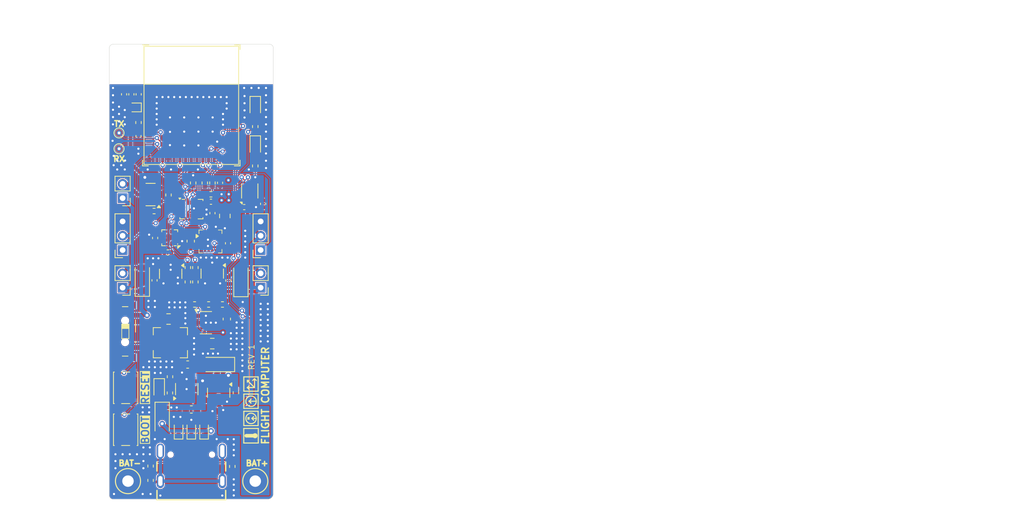
<source format=kicad_pcb>
(kicad_pcb (version 20240108) (generator "pcbnew") (generator_version "8.0")
  (title_block (title "ESP32-C3-DevKit-RUST-1") (date "2022-04-27") (rev "1.2a") (company "Espressif Systems"))
  (layers (0 "F.Cu" signal) (31 "B.Cu" signal) (34 "B.Paste" user) (35 "F.Paste" user) (36 "B.SilkS" user "B.Silkscreen") (37 "F.SilkS" user "F.Silkscreen") (38 "B.Mask" user) (39 "F.Mask" user) (44 "Edge.Cuts" user))
  (net 0 "")
  (net 1 "GND")
  (net 2 "+3V3")
  (net 3 "+5V")
  (net 4 "Net-(U5-FB)")
  (net 5 "CHIP_PU")
  (net 6 "IO0")
  (net 7 "VBUS")
  (net 8 "Net-(D3-K)")
  (net 9 "USB_D-")
  (net 10 "Net-(D6-A)")
  (net 11 "USB_D+")
  (net 13 "Net-(J1-SHELL_GND-PadS1)")
  (net 14 "/Buck_Coil")
  (net 15 "Net-(J1-CC1)")
  (net 16 "Net-(J1-CC2)")
  (net 17 "IO7")
  (net 18 "IO9_BOOT")
  (net 20 "IO8_SCL")
  (net 21 "IO10_SDA")
  (net 22 "Net-(U2-AP_CS)")
  (net 23 "Net-(U6-PROG)")
  (net 24 "Net-(U6-STAT)")
  (net 26 "IO21_TX")
  (net 27 "IO20_RX")
  (net 28 "IO6")
  (net 29 "IO5")
  (net 30 "IO4")
  (net 50 "Net-(U5-EN)")
  (net 51 "Net-(D9-A)")
  (net 52 "Net-(U9-CAP)")
  (net 53 "Net-(U9-SETP)")
  (net 54 "Net-(U9-SETC)")
  (net 62 "/POWER")
  (net 63 "Net-(Q2-G)")
  (net 64 "Net-(Q3-G)")
  (net 65 "+BATT")
  (net 66 "Net-(D10-A)")
  (net 67 "Net-(D11-A)")
  (net 68 "IO1")
  (net 72 "Net-(D2-A)")
  (net 73 "Net-(J4-Pin_2)")
  (net 74 "Net-(Q4-B)")
  (footprint "Capacitor_SMD:C_0402_1005Metric" (layer "F.Cu") (at 152.09 84.36 90)
    (property "Reference" "C14" (hide yes))
    (property "Value" "1nF 10V" (hide yes))
  )
  (footprint "Capacitor_SMD:C_0603_1608Metric" (layer "F.Cu") (at 148.082 116 180)
    (property "Reference" "C16" (hide yes))
    (property "Value" "4.7uF 16V" (hide yes))
  )
  (footprint "Capacitor_SMD:C_0402_1005Metric" (layer "F.Cu") (at 151.0284 88.5952 -90)
    (property "Reference" "C2" (hide yes))
    (property "Value" "10nF 10V" (hide yes))
  )
  (footprint "Diode_SMD:D_SOD-523" (layer "F.Cu") (at 148.082 118.872 90)
    (property "Reference" "D8" (hide yes))
    (property "Value" "LESD5D5.0CT1G" (hide yes))
  )
  (footprint "Capacitor_SMD:C_0402_1005Metric" (layer "F.Cu") (at 140.739 72.009 90)
    (property "Reference" "C8" (hide yes))
    (property "Value" "1uF 16V" (hide yes))
  )
  (footprint "Capacitor_SMD:C_0402_1005Metric" (layer "F.Cu") (at 140.716 77.851 -90)
    (property "Reference" "C10" (hide yes))
    (property "Value" "1uF 16V" (hide yes))
  )
  (footprint "Diode_SMD:D_SOD-523" (layer "F.Cu") (at 149.86 118.872 90)
    (property "Reference" "D7" (hide yes))
    (property "Value" "LESD5D5.0CT1G" (hide yes))
  )
  (footprint "Rust_Board:ESP32-C3-MINI-1" (layer "F.Cu") (at 148.082 76.2)
    (property "Reference" "U3" (hide yes))
    (property "Value" "ESP32-C3-MINI-1" (hide yes))
  )
  (footprint "Resistor_SMD:R_0402_1005Metric" (layer "F.Cu") (at 150.815 85.96)
    (property "Reference" "R7" (hide yes))
    (property "Value" "0R 1%" (hide yes))
  )
  (footprint "Capacitor_SMD:C_0402_1005Metric" (layer "F.Cu") (at 139.723 72.009 90)
    (property "Reference" "C9" (hide yes))
    (property "Value" "100nF 10V" (hide yes))
  )
  (footprint "Diode_SMD:D_SOD-523" (layer "F.Cu") (at 146.304 118.872 90)
    (property "Reference" "D5" (hide yes))
    (property "Value" "LESD5D5.0CT1G" (hide yes))
  )
  (footprint "Package_LGA:LGA-14_3x2.5mm_P0.5mm_LayoutBorder3x4y" (layer "F.Cu") (at 148.092 88.034)
    (property "Reference" "U2" (hide yes))
    (property "Value" "ICM-42670-P")
  )
  (footprint "Resistor_SMD:R_0402_1005Metric" (layer "F.Cu") (at 142.4 123.9 -90)
    (property "Reference" "R6" (hide yes))
    (property "Value" "5k1R 1%" (hide yes))
  )
  (footprint "Resistor_SMD:R_0402_1005Metric" (layer "F.Cu") (at 153.8 123.952 -90)
    (property "Reference" "R4" (hide yes))
    (property "Value" "5k1R 1%" (hide yes))
  )
  (footprint "Diode_SMD:D_SOD-123" (layer "F.Cu") (at 144.018 117.348 -90)
    (property "Reference" "D6" (hide yes))
    (property "Value" "B5819W" (hide yes))
  )
  (footprint "Capacitor_SMD:C_0402_1005Metric" (layer "F.Cu") (at 150.82 87 180)
    (property "Reference" "C4" (hide yes))
    (property "Value" "100nF 10V" (hide yes))
  )
  (footprint "Resistor_SMD:R_0402_1005Metric" (layer "F.Cu") (at 148.336 84.3788 -90)
    (property "Reference" "R18" (hide yes))
    (property "Value" "10kR 1%" (hide yes))
  )
  (footprint "Resistor_SMD:R_0402_1005Metric" (layer "F.Cu") (at 149.9616 84.3788 90)
    (property "Reference" "R17" (hide yes))
    (property "Value" "10kR 1%" (hide yes))
  )
  (footprint "Capacitor_SMD:C_0402_1005Metric" (layer "F.Cu") (at 138.707 72.009 90)
    (property "Reference" "C11" (hide yes))
    (property "Value" "10nF 10V" (hide yes))
  )
  (footprint "Resistor_SMD:R_0402_1005Metric" (layer "F.Cu") (at 140.716 75.946 -90)
    (property "Reference" "R8" (hide yes))
    (property "Value" "10kR 1%" (hide yes))
  )
  (footprint "Resistor_SMD:R_0402_1005Metric" (layer "F.Cu") (at 152.4254 101.346 180)
    (property "Reference" "R2" (hide yes))
    (property "Value" "100kR 1%" (hide yes))
  )
  (footprint "LED_SMD:LED_0603_1608Metric" (layer "F.Cu") (at 143.6 113.1875 -90)
    (property "Reference" "D3" (hide yes))
    (property "Value" "LED" (hide yes))
  )
  (footprint "Capacitor_SMD:C_0603_1608Metric" (layer "F.Cu") (at 153.035 103.378 -90)
    (property "Reference" "C6" (hide yes))
    (property "Value" "22pF 50V" (hide yes))
  )
  (footprint "Capacitor_SMD:C_0603_1608Metric" (layer "F.Cu") (at 147.574 109.728)
    (property "Reference" "C15" (hide yes))
    (property "Value" "4.7uF 16V" (hide yes))
  )
  (footprint "Package_TO_SOT_SMD:SOT-23-5" (layer "F.Cu") (at 147.447 113.157 90)
    (property "Reference" "U6" (hide yes))
    (property "Value" "MCP73831T-2ACI/OT" (hide yes))
  )
  (footprint "Capacitor_SMD:C_0805_2012Metric" (layer "F.Cu") (at 151.003 106.807 180)
    (property "Reference" "C5" (hide yes))
    (property "Value" "10uF 16V" (hide yes))
  )
  (footprint "Resistor_SMD:R_0402_1005Metric" (layer "F.Cu") (at 145.1102 111.4298 -90)
    (property "Reference" "R9" (hide yes))
    (property "Value" "10kR 1%" (hide yes))
  )
  (footprint "Package_TO_SOT_SMD:SOT-23" (layer "F.Cu") (at 151.892 113.665 -90)
    (property "Reference" "Q1" (hide yes))
    (property "Value" "DMG3415U" (hide yes))
  )
  (footprint "Resistor_SMD:R_0402_1005Metric" (layer "F.Cu") (at 148.5392 101.346 180)
    (property "Reference" "R1" (hide yes))
    (property "Value" "10kR 1%" (hide yes))
  )
  (footprint "Capacitor_SMD:C_0805_2012Metric" (layer "F.Cu") (at 144.907 103.378)
    (property "Reference" "C7" (hide yes))
    (property "Value" "10uF 16V" (hide yes))
  )
  (footprint "Resistor_SMD:R_0402_1005Metric" (layer "F.Cu") (at 150.495 101.346 180)
    (property "Reference" "R3" (hide yes))
    (property "Value" "22k1R 1%" (hide yes))
  )
  (footprint "Package_TO_SOT_SMD:SOT-23-5" (layer "F.Cu") (at 150.114 103.886)
    (property "Reference" "U5" (hide yes))
    (property "Value" "SY8088" (hide yes))
  )
  (footprint "Resistor_SMD:R_0402_1005Metric" (layer "F.Cu") (at 151.0284 84.3788 90)
    (property "Reference" "R19" (hide yes))
    (property "Value" "10kR 1%" (hide yes))
  )
  (footprint "Inductor_SMD:L_Bourns-SRN4018" (layer "F.Cu") (at 145.161 106.68 180)
    (property "Reference" "L1" (hide yes))
    (property "Value" "SPH4018H2R2MT (2.2uH 2.2A)" (hide yes))
  )
  (footprint "Diode_SMD:D_SOD-123" (layer "F.Cu") (at 151.765 109.728 180)
    (property "Reference" "D4" (hide yes))
    (property "Value" "B5819W" (hide yes))
  )
  (footprint "Resistor_SMD:R_0402_1005Metric" (layer "F.Cu") (at 145.1 113.69 90)
    (property "Reference" "R14" (hide yes))
    (property "Value" "1kR 1%" (hide yes))
  )
  (footprint "Resistor_SMD:R_0402_1005Metric" (layer "F.Cu") (at 154.305 113.665 -90)
    (property "Reference" "R15" (hide yes))
    (property "Value" "100kR 1%" (hide yes))
  )
  (footprint "Capacitor_SMD:C_0402_1005Metric" (layer "F.Cu") (at 153.2 92.8 -90)
    (property "Reference" "C21" (hide yes))
    (property "Value" "0.22uF" (hide yes))
  )
  (footprint "Package_TO_SOT_SMD:SOT-23" (layer "F.Cu") (at 145.2 97.0625 -90)
    (property "Reference" "Q2" (hide yes))
    (property "Value" "Si2319CDS")
  )
  (footprint "Package_TO_SOT_SMD:SOT-23" (layer "F.Cu") (at 142.4 86 180)
    (property "Reference" "Q4" (hide yes))
    (property "Value" "MMBT3904")
  )
  (footprint "Button_Switch_SMD:SW_SPST_PTS810" (layer "F.Cu") (at 138.925 112.975 90)
    (property "Reference" "SW1" (hide yes))
    (property "Value" "RESET" (hide yes))
  )
  (footprint "Resistor_SMD:R_0402_1005Metric" (layer "F.Cu") (at 148.65 98.2 -90)
    (property "Reference" "R21" (hide yes))
    (property "Value" "10kR 1%")
  )
  (footprint "Resistor_SMD:R_0402_1005Metric" (layer "F.Cu") (at 148.65 96.19 -90)
    (property "Reference" "R20" (hide yes))
    (property "Value" "470R 1%")
  )
  (footprint "Resistor_SMD:R_0402_1005Metric" (layer "F.Cu") (at 147.6 98.2 -90)
    (property "Reference" "R16" (hide yes))
    (property "Value" "10kR 1%")
  )
  (footprint "Rust_Board:SW_SPDT_PCM12" (layer "F.Cu") (at 139.18 105.1 -90)
    (property "Reference" "SW3" (hide yes))
    (property "Value" "SW_DPDT_x2")
  )
  (footprint "Package_LGA:LGA-16_3x3mm_P0.5mm" (layer "F.Cu") (at 150.75 92.55)
    (property "Reference" "U9" (hide yes))
    (property "Value" "QMC5883L" (hide yes))
  )
  (footprint "Capacitor_SMD:C_0402_1005Metric" (layer "F.Cu") (at 158.1 87.3 90)
    (property "Reference" "C17" (hide yes))
    (property "Value" "1uF 16V")
  )
  (footprint "LED_SMD:LED_0603_1608Metric" (layer "F.Cu") (at 157 79.2875 -90)
    (property "Reference" "D2" (hide yes))
    (property "Value" "LED")
  )
  (footprint "Diode_SMD:D_SOD-123" (layer "F.Cu") (at 141.25 97.85 90)
    (property "Reference" "D10" (hide yes))
    (property "Value" "SS24")
  )
  (footprint "Capacitor_SMD:C_0402_1005Metric" (layer "F.Cu") (at 153.25 98 -90)
    (property "Reference" "C3" (hide yes))
    (property "Value" "1uF 16V")
  )
  (footprint "TestPoint:TestPoint_Keystone_5005-5009_Compact" (layer "F.Cu") (at 139.25 126)
    (property "Reference" "H2" (hide yes))
    (property "Value" "MountingHole_Pad")
  )
  (footprint "Diode_SMD:D_SOD-123" (layer "F.Cu") (at 155 97.9 90)
    (property "Reference" "D11" (hide yes))
    (property "Value" "SS24")
  )
  (footprint "Package_DFN_QFN:TDFN-8-1EP_2x2mm_P0.5mm_EP0.8x1.2mm" (layer "F.Cu") (at 156.23 85.5 90)
    (property "Reference" "U7" (hide yes))
    (property "Value" "MAX17048G_T10")
  )
  (footprint "Connector_PinHeader_2.00mm:PinHeader_1x02_P2.00mm_Vertical" (layer "F.Cu") (at 138.5 86.5 180)
    (property "Reference" "J4" (hide yes))
    (property "Value" "LED L")
  )
  (footprint "Connector_PinHeader_2.00mm:PinHeader_1x02_P2.00mm_Vertical" (layer "F.Cu") (at 138.5 99 180)
    (property "Reference" "J2" (hide yes))
    (property "Value" "MOTOR L")
  )
  (footprint "Resistor_SMD:R_0402_1005Metric" (layer "F.Cu") (at 144.9 86.06 -90)
    (property "Reference" "R22" (hide yes))
    (property "Value" "470R 1%")
  )
  (footprint "Resistor_SMD:R_0402_1005Metric" (layer "F.Cu") (at 157 76.51 90)
    (property "Reference" "R11" (hide yes))
    (property "Value" "470R 1%" (hide yes))
  )
  (footprint "Resistor_SMD:R_0402_1005Metric" (layer "F.Cu") (at 142.4 125.9 90)
    (property "Reference" "R5" (hide yes))
    (property "Value" "0R 1%" (hide yes))
  )
  (footprint "Capacitor_SMD:C_0402_1005Metric" (layer "F.Cu") (at 142.95 97.98 -90)
    (property "Reference" "C1" (hide yes))
    (property "Value" "1uF 16V")
  )
  (footprint "Capacitor_SMD:C_0402_1005Metric" (layer "F.Cu") (at 155.46 87.75 180)
    (property "Reference" "C18" (hide yes))
    (property "Value" "1uF 16V")
  )
  (footprint "Connector_PinHeader_2.00mm:PinHeader_1x02_P2.00mm_Vertical" (layer "F.Cu") (at 157.75 99 180)
    (property "Reference" "J3" (hide yes))
    (property "Value" "MOTOR R")
  )
  (footprint "Resistor_SMD:R_0402_1005Metric" (layer "F.Cu") (at 157 82.01 90)
    (property "Reference" "R10" (hide yes))
    (property "Value" "470R 1%")
  )
  (footprint "Capacitor_SMD:C_0805_2012Metric" (layer "F.Cu") (at 152.76 88.99 90)
    (property "Reference" "C20" (hide yes))
    (property "Value" "10uF 16V" (hide yes))
  )
  (footprint "Rust_Board:GCT_USB4105-GF-A" (layer "F.Cu") (at 148.082 125.984)
    (property "Reference" "J1" (hide yes))
    (property "Value" "USB4105-GF-A" (hide yes))
  )
  (footprint "Resistor_SMD:R_0402_1005Metric" (layer "F.Cu") (at 142.89 88.3 180)
    (property "Reference" "R23" (hide yes))
    (property "Value" "10kR 1%")
  )
  (footprint "TestPoint:TestPoint_Keystone_5005-5009_Compact" (layer "F.Cu") (at 157 126)
    (property "Reference" "H1" (hide yes))
    (property "Value" "MountingHole_Pad")
  )
  (footprint "Capacitor_SMD:C_0402_1005Metric" (layer "F.Cu") (at 143.035 92.065 -90)
    (property "Reference" "C23" (hide yes))
    (property "Value" "100nF 10V")
  )
  (footprint "Capacitor_SMD:C_0402_1005Metric" (layer "F.Cu") (at 144.8 94.085)
    (property "Reference" "C22" (hide yes))
    (property "Value" "100nF 10V")
  )
  (footprint "TestPoint:TestPoint_Pad_D1.0mm" (layer "F.Cu") (at 138 77.4)
    (property "Reference" "TP1" (hide yes))
    (property "Value" "TestPoint")
  )
  (footprint "TestPoint:TestPoint_Pad_D1.0mm" (layer "F.Cu") (at 138 79.6)
    (property "Reference" "TP3" (hide yes))
    (property "Value" "TestPoint")
  )
  (footprint "LED_SMD:LED_0603_1608Metric" (layer "F.Cu") (at 157 73.7875 -90)
    (property "Reference" "D9" (hide yes))
    (property "Value" "LED")
  )
  (footprint "Capacitor_SMD:C_0603_1608Metric" (layer "F.Cu") (at 148 92.5 90)
    (property "Reference" "C19" (hide yes))
    (property "Value" "4.7uF 16V")
  )
  (footprint "Connector_PinSocket_2.00mm:PinSocket_1x03_P2.00mm_Vertical" (layer "F.Cu") (at 138.5 93.75 180)
    (property "Reference" "J7" (hide yes))
    (property "Value" "SERVO R")
  )
  (footprint "Connector_PinSocket_2.00mm:PinSocket_1x03_P2.00mm_Vertical" (layer "F.Cu") (at 157.75 93.75 180)
    (property "Reference" "J8" (hide yes))
    (property "Value" "SERVO R")
  )
  (footprint "Package_TO_SOT_SMD:SOT-23" (layer "F.Cu") (at 151 97.0375 -90)
    (property "Reference" "Q3" (hide yes))
    (property "Value" "Si2319CDS")
  )
  (footprint "Resistor_SMD:R_0402_1005Metric" (layer "F.Cu") (at 147.6 96.19 -90)
    (property "Reference" "R13" (hide yes))
    (property "Value" "470R 1%")
  )
  (footprint "Package_LGA:Rohm_MLGA010V020A_LGA-10_2x2mm_P0.45mm_LayoutBorder2x3y" (layer "F.Cu") (at 145.07 92.035 180)
    (property "Reference" "U1" (hide yes))
    (property "Value" "BMP388")
  )
  (footprint "Button_Switch_SMD:SW_SPST_PTS810" (layer "F.Cu") (at 138.925 118.825 90)
    (property "Reference" "SW2" (hide yes))
    (property "Value" "BOOT" (hide yes))
  )
  (footprint "Diode_SMD:D_SOD-882" (layer "F.Cu") (at 140.3 73.834 180)
    (property "Reference" "D1" (hide yes))
    (property "Value" "LESD8D3.3CAT5G")
  )
  (gr_line (start 155.4 111.45) (end 157.4 111.45) (stroke (width 0.1524)) (layer "F.SilkS"))
  (gr_line (start 155.392 120.682) (end 155.392 118.65) (stroke (width 0.1524)) (layer "F.SilkS"))
  (gr_line (start 155.392 118.65) (end 157.424 118.65) (stroke (width 0.1524)) (layer "F.SilkS"))
  (gr_line (start 157.424 118.65) (end 157.424 120.682) (stroke (width 0.1524)) (layer "F.SilkS"))
  (gr_line (start 157.4 113.45) (end 155.4 113.45) (stroke (width 0.1524)) (layer "F.SilkS"))
  (gr_line (start 157.4 111.45) (end 157.4 113.45) (stroke (width 0.1524)) (layer "F.SilkS"))
  (gr_line (start 157.424 120.682) (end 155.392 120.682) (stroke (width 0.1524)) (layer "F.SilkS"))
  (gr_line (start 155.896 112.942) (end 156.15 113.196) (stroke (width 0.1524)) (layer "F.SilkS"))
  (gr_line (start 156.892 111.7) (end 156.638 111.954) (stroke (width 0.1524)) (layer "F.SilkS"))
  (gr_line (start 156.892 111.7) (end 157.146 111.954) (stroke (width 0.1524)) (layer "F.SilkS"))
  (gr_line (start 155.9 111.95) (end 156.154 111.95) (stroke (width 0.1524)) (layer "F.SilkS"))
  (gr_line (start 157.4 116.25) (end 157.4 118.25) (stroke (width 0.1524)) (layer "F.SilkS"))
  (gr_line (start 155.4 113.45) (end 155.4 111.45) (stroke (width 0.1524)) (layer "F.SilkS"))
  (gr_line (start 155.96 117.34) (end 156.15 117.14) (stroke (width 0.1524)) (layer "F.SilkS"))
  (gr_line (start 155.896 112.942) (end 156.15 112.688) (stroke (width 0.1524)) (layer "F.SilkS"))
  (gr_line (start 156.4 115.104) (end 156.146 114.85) (stroke (width 0.1524)) (layer "F.SilkS"))
  (gr_circle (center 156.41399 117.25) (end 157.11399 117.45) (stroke (width 0.1524)) (fill none) (layer "F.SilkS"))
  (gr_line (start 157.142 117.25) (end 156.65 117.25) (stroke (width 0.1524)) (layer "F.SilkS"))
  (gr_line (start 156.15 113.196) (end 155.896 112.942) (stroke (width 0.1524)) (layer "F.SilkS"))
  (gr_line (start 155.9 112.204) (end 155.9 111.95) (stroke (width 0.1524)) (layer "F.SilkS"))
  (gr_line (start 156.16 117.34) (end 155.96 117.34) (stroke (width 0.1524)) (layer "F.SilkS"))
  (gr_line (start 156.916 119.666) (end 155.7476 119.666) (stroke (width 0.5)) (layer "F.SilkS"))
  (gr_line (start 156.15 117.14) (end 155.95 117.14) (stroke (width 0.1524)) (layer "F.SilkS"))
  (gr_line (start 157.4 115.85) (end 155.4 115.85) (stroke (width 0.1524)) (layer "F.SilkS"))
  (gr_circle (center 156.41399 114.85) (end 157.11399 115.05) (stroke (width 0.1524)) (fill none) (layer "F.SilkS"))
  (gr_line (start 155.4 118.25) (end 155.4 116.25) (stroke (width 0.1524)) (layer "F.SilkS"))
  (gr_line (start 157.4 113.85) (end 157.4 115.85) (stroke (width 0.1524)) (layer "F.SilkS"))
  (gr_line (start 155.9 111.95) (end 156.892 112.942) (stroke (width 0.1524)) (layer "F.SilkS"))
  (gr_line (start 155.4 115.85) (end 155.4 113.85) (stroke (width 0.1524)) (layer "F.SilkS"))
  (gr_line (start 155.4 116.25) (end 157.4 116.25) (stroke (width 0.1524)) (layer "F.SilkS"))
  (gr_line (start 157.142 114.85) (end 156.15 114.85) (stroke (width 0.1524)) (layer "F.SilkS"))
  (gr_line (start 155.4 113.85) (end 157.4 113.85) (stroke (width 0.1524)) (layer "F.SilkS"))
  (gr_line (start 156.146 114.85) (end 156.4 114.596) (stroke (width 0.1524)) (layer "F.SilkS"))
  (gr_line (start 156.777 117.504) (end 156.523 117.25) (stroke (width 0.1524)) (layer "F.SilkS"))
  (gr_line (start 156.892 112.942) (end 155.9 112.942) (stroke (width 0.1524)) (layer "F.SilkS"))
  (gr_line (start 157.4 118.25) (end 155.4 118.25) (stroke (width 0.1524)) (layer "F.SilkS"))
  (gr_line (start 156.9668 119.666) (end 156.9668 119.666) (stroke (width 0.7)) (layer "F.SilkS"))
  (gr_line (start 156.523 117.25) (end 156.777 116.996) (stroke (width 0.1524)) (layer "F.SilkS"))
  (gr_line (start 156.146 114.85) (end 156.4 115.104) (stroke (width 0.1524)) (layer "F.SilkS"))
  (gr_line (start 156.892 111.7) (end 156.892 112.942) (stroke (width 0.1524)) (layer "F.SilkS"))
  (gr_arc (start 159.512 127.762) (mid 159.288815 128.300815) (end 158.75 128.524) (stroke (width 0.05)) (layer "Edge.Cuts"))
  (gr_arc (start 136.652 65.532) (mid 136.80079 65.17279) (end 137.16 65.024) (stroke (width 0.05)) (layer "Edge.Cuts"))
  (gr_line (start 158.75 128.524) (end 137.16 128.524) (stroke (width 0.05)) (layer "Edge.Cuts"))
  (gr_arc (start 137.16 128.524) (mid 136.80079 128.37521) (end 136.652 128.016) (stroke (width 0.05)) (layer "Edge.Cuts"))
  (gr_line (start 136.652 128.016) (end 136.652 65.532) (stroke (width 0.05)) (layer "Edge.Cuts"))
  (gr_line (start 137.16 65.024) (end 159.004 65.024) (stroke (width 0.05)) (layer "Edge.Cuts"))
  (gr_line (start 159.512 65.532) (end 159.512 127.762) (stroke (width 0.05)) (layer "Edge.Cuts"))
  (gr_arc (start 159.004 65.024) (mid 159.36321 65.17279) (end 159.512 65.532) (stroke (width 0.05)) (layer "Edge.Cuts"))
  (gr_text "BAT+" (at 157.25 123.5 0) (layer "F.SilkS") (effects (font (size 0.8 0.8) (thickness 0.2))))
  (gr_text "BAT-" (at 139.5 123.5 0) (layer "F.SilkS") (effects (font (size 0.8 0.8) (thickness 0.2))))
  (gr_text "FLIGHT COMPUTER" (at 159 121 90) (layer "F.SilkS") (effects (font (size 1 1) (thickness 0.2) (bold yes)) (justify left bottom)))
  (gr_text "TX" (at 137.2 76.6 0) (layer "F.SilkS") (effects (font (size 0.8 0.8) (thickness 0.2) (bold yes)) (justify left bottom)))
  (gr_text "REV 1" (at 156.95 110.55 90) (layer "F.SilkS") (effects (font (size 0.8 0.8) (thickness 0.1) (bold yes)) (justify left bottom)))
  (gr_text "RX" (at 137.1 81.5 0) (layer "F.SilkS") (effects (font (size 0.8 0.8) (thickness 0.2) (bold yes)) (justify left bottom)))
  (gr_text "BOOT" (at 142.25 120.95 90) (layer "F.SilkS" knockout) (effects (font (size 1 1) (thickness 0.2) (bold yes)) (justify left bottom)))
  (gr_text "RESET" (at 142.25 115.4 90) (layer "F.SilkS" knockout) (effects (font (size 1 1) (thickness 0.2) (bold yes)) (justify left bottom)))
  (segment (start 151.492 120.134) (end 151.616 120.134) (width 0.508) (layer "F.Cu") (net 1))
  (segment (start 151.282 121.229) (end 151.282 120.344) (width 0.508) (layer "F.Cu") (net 1))
  (segment (start 144.366 120.134) (end 143.002 120.134) (width 0.508) (layer "F.Cu") (net 1))
  (segment (start 144.882 121.229) (end 144.882 120.624) (width 0.508) (layer "F.Cu") (net 1))
  (segment (start 144.392 120.134) (end 144.366 120.134) (width 0.508) (layer "F.Cu") (net 1))
  (segment (start 151.616 120.134) (end 153.162 120.134) (width 0.508) (layer "F.Cu") (net 1))
  (segment (start 151.292 120.334) (end 151.492 120.134) (width 0.508) (layer "F.Cu") (net 1))
  (segment (start 144.882 120.624) (end 144.542 120.284) (width 0.508) (layer "F.Cu") (net 1))
  (segment (start 144.542 120.284) (end 144.392 120.134) (width 0.508) (layer "F.Cu") (net 1))
  (segment (start 151.282 120.344) (end 151.292 120.334) (width 0.508) (layer "F.Cu") (net 1))
  (via (at 148.463 108.331) (size 0.6) (drill 0.3) (layers "F.Cu" "B.Cu") (net 1))
  (via (at 147.4216 111.76) (size 0.6) (drill 0.3) (layers "F.Cu" "B.Cu") (net 1))
  (via (at 145.4 109.3) (size 0.6) (drill 0.3) (layers "F.Cu" "B.Cu") (net 1))
  (via (at 158.496 73.152) (size 0.6) (drill 0.3) (layers "F.Cu" "B.Cu") (net 1))
  (via (at 155.6 94.05) (size 0.6) (drill 0.3) (layers "F.Cu" "B.Cu") (net 1))
  (via (at 142.3 121.3) (size 0.6) (drill 0.3) (layers "F.Cu" "B.Cu") (net 1))
  (via (at 149.7584 72.39) (size 0.6) (drill 0.3) (layers "F.Cu" "B.Cu") (net 1))
  (via (at 138.5 122.25) (size 0.6) (drill 0.3) (layers "F.Cu" "B.Cu") (net 1))
  (via (at 149.0726 79.1464) (size 0.6) (drill 0.3) (layers "F.Cu" "B.Cu") (net 1))
  (via (at 140.7 80.3) (size 0.6) (drill 0.3) (layers "F.Cu" "B.Cu") (net 1))
  (via (at 143.25 76.25) (size 0.6) (drill 0.3) (layers "F.Cu" "B.Cu") (net 1))
  (via (at 142.3 122.25) (size 0.6) (drill 0.3) (layers "F.Cu" "B.Cu") (net 1))
  (via (at 146.5072 72.39) (size 0.6) (drill 0.3) (layers "F.Cu" "B.Cu") (net 1))
  (via (at 142.2 110.1) (size 0.6) (drill 0.3) (layers "F.Cu" "B.Cu") (net 1))
  (via (at 143 101.7) (size 0.6) (drill 0.3) (layers "F.Cu" "B.Cu") (net 1))
  (via (at 151.0538 77.216) (size 0.6) (drill 0.3) (layers "F.Cu" "B.Cu") (net 1))
  (via (at 141.4 124.2) (size 0.6) (drill 0.3) (layers "F.Cu" "B.Cu") (net 1))
  (via (at 145.4 110.1) (size 0.6) (drill 0.3) (layers "F.Cu" "B.Cu") (net 1))
  (via (at 142.1 100.85) (size 0.6) (drill 0.3) (layers "F.Cu" "B.Cu") (net 1))
  (via (at 155.2 108.4) (size 0.6) (drill 0.3) (layers "F.Cu" "B.Cu") (net 1))
  (via (at 151.1 108.2) (size 0.6) (drill 0.3) (layers "F.Cu" "B.Cu") (net 1))
  (via (at 157.48 71.12) (size 0.6) (drill 0.3) (layers "F.Cu" "B.Cu") (net 1))
  (via (at 158.75 101.25) (size 0.6) (drill 0.3) (layers "F.Cu" "B.Cu") (net 1))
  (via (at 148.463 107.569) (size 0.6) (drill 0.3) (layers "F.Cu" "B.Cu") (net 1))
  (via (at 155.2 103.85) (size 0.6) (drill 0.3) (layers "F.Cu" "B.Cu") (net 1))
  (via (at 150.5712 72.39) (size 0.6) (drill 0.3) (layers "F.Cu" "B.Cu") (net 1))
  (via (at 155.2 110.65) (size 0.6) (drill 0.3) (layers "F.Cu" "B.Cu") (net 1))
  (via (at 151.8 108.2) (size 0.6) (drill 0.3) (layers "F.Cu" "B.Cu") (net 1))
  (via (at 137.75 81.25) (size 0.6) (drill 0.3) (layers "F.Cu" "B.Cu") (net 1))
  (via (at 151.0538 75.2348) (size 0.6) (drill 0.3) (layers "F.Cu" "B.Cu") (net 1))
  (via (at 152.5 74.75) (size 0.6) (drill 0.3) (layers "F.Cu" "B.Cu") (net 1))
  (via (at 152.5 75.5) (size 0.6) (drill 0.3) (layers "F.Cu" "B.Cu") (net 1))
  (via (at 155.6 92.55) (size 0.6) (drill 0.3) (layers "F.Cu" "B.Cu") (net 1))
  (via (at 141.4 123.2) (size 0.6) (drill 0.3) (layers "F.Cu" "B.Cu") (net 1))
  (via (at 153.6 106.85) (size 0.6) (drill 0.3) (layers "F.Cu" "B.Cu") (net 1))
  (via (at 150.4 108.2) (size 0.6) (drill 0.3) (layers "F.Cu" "B.Cu") (net 1))
  (via (at 137.16 72.136) (size 0.6) (drill 0.3) (layers "F.Cu" "B.Cu") (net 1))
  (via (at 145.75 101.05) (size 0.6) (drill 0.3) (layers "F.Cu" "B.Cu") (net 1))
  (via (at 155.2 109.15) (size 0.6) (drill 0.3) (layers "F.Cu" "B.Cu") (net 1))
  (via (at 141.4 110.1) (size 0.6) (drill 0.3) (layers "F.Cu" "B.Cu") (net 1))
  (via (at 154.4 107.6) (size 0.6) (drill 0.3) (layers "F.Cu" "B.Cu") (net 1))
  (via (at 158.496 77.216) (size 0.6) (drill 0.3) (layers "F.Cu" "B.Cu") (net 1))
  (via (at 153.3 86.8) (size 0.6) (drill 0.3) (layers "F.Cu" "B.Cu") (net 1))
  (via (at 157.75 102.75) (size 0.6) (drill 0.3) (layers "F.Cu" "B.Cu") (net 1))
  (via (at 145.25 82.5) (size 0.6) (drill 0.3) (layers "F.Cu" "B.Cu") (net 1))
  (via (at 137.25 81.9) (size 0.6) (drill 0.3) (layers "F.Cu" "B.Cu") (net 1))
  (via (at 145.2 95.8) (size 0.6) (drill 0.3) (layers "F.Cu" "B.Cu") (net 1))
  (via (at 154 121.65) (size 0.6) (drill 0.3) (layers "F.Cu" "B.Cu") (net 1))
  (via (at 137.16 74.168) (size 0.6) (drill 0.3) (layers "F.Cu" "B.Cu") (net 1))
  (via (at 155.2 109.9) (size 0.6) (drill 0.3) (layers "F.Cu" "B.Cu") (net 1))
  (via (at 143 109.3) (size 0.6) (drill 0.3) (layers "F.Cu" "B.Cu") (net 1))
  (via (at 155.25 101) (size 0.6) (drill 0.3) (layers "F.Cu" "B.Cu") (net 1))
  (via (at 143 110.9) (size 0.6) (drill 0.3) (layers "F.Cu" "B.Cu") (net 1))
  (via (at 143.25 73.25) (size 0.6) (drill 0.3) (layers "F.Cu" "B.Cu") (net 1))
  (via (at 158.75 104.25) (size 0.6) (drill 0.3) (layers "F.Cu" "B.Cu") (net 1))
  (via (at 150 98.4) (size 0.6) (drill 0.3) (layers "F.Cu" "B.Cu") (net 1))
  (via (at 143.8 110.1) (size 0.6) (drill 0.3) (layers "F.Cu" "B.Cu") (net 1))
  (via (at 151.5 103.886) (size 0.6) (drill 0.3) (layers "F.Cu" "B.Cu") (net 1))
  (via (at 145.642 117.034) (size 0.6) (drill 0.3) (layers "F.Cu" "B.Cu") (net 1))
  (via (at 147.32 72.39) (size 0.6) (drill 0.3) (layers "F.Cu" "B.Cu") (net 1))
  (via (at 138.8 74.2) (size 0.6) (drill 0.3) (layers "F.Cu" "B.Cu") (net 1))
  (via (at 153.0604 114.9096) (size 0.6) (drill 0.3) (layers "F.Cu" "B.Cu") (net 1))
  (via (at 148.9456 72.39) (size 0.6) (drill 0.3) (layers "F.Cu" "B.Cu") (net 1))
  (via (at 158.496 78.232) (size 0.6) (drill 0.3) (layers "F.Cu" "B.Cu") (net 1))
  (via (at 142.75 94.9) (size 0.6) (drill 0.3) (layers "F.Cu" "B.Cu") (net 1))
  (via (at 147.25 101.05) (size 0.6) (drill 0.3) (layers "F.Cu" "B.Cu") (net 1))
  (via (at 145 101.75) (size 0.6) (drill 0.3) (layers "F.Cu" "B.Cu") (net 1))
  (via (at 143.764 128.016) (size 0.6) (drill 0.3) (layers "F.Cu" "B.Cu") (net 1))
  (via (at 142 94.9) (size 0.6) (drill 0.3) (layers "F.Cu" "B.Cu") (net 1))
  (via (at 153.0096 72.39) (size 0.6) (drill 0.3) (layers "F.Cu" "B.Cu") (net 1))
  (via (at 138.8 82.5) (size 0.6) (drill 0.3) (layers "F.Cu" "B.Cu") (net 1))
  (via (at 149.4 94.8) (size 0.6) (drill 0.3) (layers "F.Cu" "B.Cu") (net 1))
  (via (at 148.463 106.807) (size 0.6) (drill 0.3) (layers "F.Cu" "B.Cu") (net 1))
  (via (at 154 122.4) (size 0.6) (drill 0.3) (layers "F.Cu" "B.Cu") (net 1))
  (via (at 157.75 104.25) (size 0.6) (drill 0.3) (layers "F.Cu" "B.Cu") (net 1))
  (via (at 145.1102 75.2348) (size 0.6) (drill 0.3) (layers "F.Cu" "B.Cu") (net 1))
  (via (at 153.6 105.35) (size 0.6) (drill 0.3) (layers "F.Cu" "B.Cu") (net 1))
  (via (at 158.496 76.2) (size 0.6) (drill 0.3) (layers "F.Cu" "B.Cu") (net 1))
  (via (at 142.75 95.7) (size 0.6) (drill 0.3) (layers "F.Cu" "B.Cu") (net 1))
  (via (at 137.75 82.5) (size 0.6) (drill 0.3) (layers "F.Cu" "B.Cu") (net 1))
  (via (at 155.5 73.25) (size 0.6) (drill 0.3) (layers "F.Cu" "B.Cu") (net 1))
  (via (at 145.2 96.5) (size 0.6) (drill 0.3) (layers "F.Cu" "B.Cu") (net 1))
  (via (at 151.616 120.134) (size 0.6) (drill 0.3) (layers "F.Cu" "B.Cu") (net 1))
  (via (at 148.082 117.4496) (size 0.6) (drill 0.3) (layers "F.Cu" "B.Cu") (net 1))
  (via (at 158.496 71.12) (size 0.6) (drill 0.3) (layers "F.Cu" "B.Cu") (net 1))
  (via (at 155.6 94.8) (size 0.6) (drill 0.3) (layers "F.Cu" "B.Cu") (net 1))
  (via (at 143 100.85) (size 0.6) (drill 0.3) (layers "F.Cu" "B.Cu") (net 1))
  (via (at 152.5 76.25) (size 0.6) (drill 0.3) (layers "F.Cu" "B.Cu") (net 1))
  (via (at 151 95.5) (size 0.6) (drill 0.3) (layers "F.Cu" "B.Cu") (net 1))
  (via (at 144.6 109.3) (size 0.6) (drill 0.3) (layers "F.Cu" "B.Cu") (net 1))
  (via (at 147.0914 79.1464) (size 0.6) (drill 0.3) (layers "F.Cu" "B.Cu") (net 1))
  (via (at 147.25 101.75) (size 0.6) (drill 0.3) (layers "F.Cu" "B.Cu") (net 1))
  (via (at 154 126.5) (size 0.6) (drill 0.3) (layers "F.Cu" "B.Cu") (net 1))
  (via (at 146.7866 110.8456) (size 0.6) (drill 0.3) (layers "F.Cu" "B.Cu") (net 1))
  (via (at 155.2 104.6) (size 0.6) (drill 0.3) (layers "F.Cu" "B.Cu") (net 1))
  (via (at 146.5 101.05) (size 0.6) (drill 0.3) (layers "F.Cu" "B.Cu") (net 1))
  (via (at 149 82.5) (size 0.6) (drill 0.3) (layers "F.Cu" "B.Cu") (net 1))
  (via (at 137.5 124.2) (size 0.6) (drill 0.3) (layers "F.Cu" "B.Cu") (net 1))
  (via (at 143.25 75.5) (size 0.6) (drill 0.3) (layers "F.Cu" "B.Cu") (net 1))
  (via (at 142.2 115.7) (size 0.6) (drill 0.3) (layers "F.Cu" "B.Cu") (net 1))
  (via (at 153.0096 74) (size 0.6) (drill 0.3) (layers "F.Cu" "B.Cu") (net 1))
  (via (at 154.4 105.35) (size 0.6) (drill 0.3) (layers "F.Cu" "B.Cu") (net 1))
  (via (at 148.1328 72.39) (size 0.6) (drill 0.3) (layers "F.Cu" "B.Cu") (net 1))
  (via (at 158.75 103.5) (size 0.6) (drill 0.3) (layers "F.Cu" "B.Cu") (net 1))
  (via (at 156.464 71.12) (size 0.6) (drill 0.3) (layers "F.Cu" "B.Cu") (net 1))
  (via (at 148.463 106.045) (size 0.6) (drill 0.3) (layers "F.Cu" "B.Cu") (net 1))
  (via (at 137.16 73.152) (size 0.6) (drill 0.3) (layers "F.Cu" "B.Cu") (net 1))
  (via (at 144.6 110.1) (size 0.6) (drill 0.3) (layers "F.Cu" "B.Cu") (net 1))
  (via (at 145.1 79.1) (size 0.6) (drill 0.3) (layers "F.Cu" "B.Cu") (net 1))
  (via (at 143 110.1) (size 0.6) (drill 0.3) (layers "F.Cu" "B.Cu") (net 1))
  (via (at 144.366 120.134) (size 0.6) (drill 0.3) (layers "F.Cu" "B.Cu") (net 1))
  (via (at 141.4 121.3) (size 0.6) (drill 0.3) (layers "F.Cu" "B.Cu") (net 1))
  (via (at 158.496 74.168) (size 0.6) (drill 0.3) (layers "F.Cu" "B.Cu") (net 1))
  (via (at 138.8 75.2) (size 0.6) (drill 0.3) (layers "F.Cu" "B.Cu") (net 1))
  (via (at 137.16 75.184) (size 0.6) (drill 0.3) (layers "F.Cu" "B.Cu") (net 1))
  (via (at 151.0284 116.2304) (size 0.6) (drill 0.3) (layers "F.Cu" "B.Cu") (net 1))
  (via (at 137.1 78.5) (size 0.6) (drill 0.3) (layers "F.Cu" "B.Cu") (net 1))
  (via (at 155.2 106.1) (size 0.6) (drill 0.3) (layers "F.Cu" "B.Cu") (net 1))
  (via (at 158.5 82.3) (size 0.6) (drill 0.3) (layers "F.Cu" "B.Cu") (net 1))
  (via (at 137.5 123.2) (size 0.6) (drill 0.3) (layers "F.Cu" "B.Cu") (net 1))
  (via (at 158.75 102.75) (size 0.6) (drill 0.3) (layers "F.Cu" "B.Cu") (net 1))
  (via (at 157.75 105.75) (size 0.6) (drill 0.3) (layers "F.Cu" "B.Cu") (net 1))
  (via (at 154 128) (size 0.6) (drill 0.3) (layers "F.Cu" "B.Cu") (net 1))
  (via (at 137.15 76.2) (size 0.6) (drill 0.3) (layers "F.Cu" "B.Cu") (net 1))
  (via (at 152.1 98.4) (size 0.6) (drill 0.3) (layers "F.Cu" "B.Cu") (net 1))
  (via (at 150.114 102.9208) (size 0.6) (drill 0.3) (layers "F.Cu" "B.Cu") (net 1))
  (via (at 153.15 94.8) (size 0.6) (drill 0.3) (layers "F.Cu" "B.Cu") (net 1))
  (via (at 151.6888 78.613) (size 0.6) (drill 0.3) (layers "F.Cu" "B.Cu") (net 1))
  (via (at 153.162 120.134) (size 0.6) (drill 0.3) (layers "F.Cu" "B.Cu") (net 1))
  (via (at 146.5 101.75) (size 0.6) (drill 0.3) (layers "F.Cu" "B.Cu") (net 1))
  (via (at 137.5 122.25) (size 0.6) (drill 0.3) (layers "F.Cu" "B.Cu") (net 1))
  (via (at 143.002 120.134) (size 0.6) (drill 0.3) (layers "F.Cu" "B.Cu") (net 1))
  (via (at 138.8 76.2) (size 0.6) (drill 0.3) (layers "F.Cu" "B.Cu") (net 1))
  (via (at 138.85 81.25) (size 0.6) (drill 0.3) (layers "F.Cu" "B.Cu") (net 1))
  (via (at 138 73.734) (size 0.6) (drill 0.3) (layers "F.Cu" "B.Cu") (net 1))
  (via (at 147.4216 113.157) (size 0.6) (drill 0.3) (layers "F.Cu" "B.Cu") (net 1))
  (via (at 146.558 117.0432) (size 0.6) (drill 0.3) (layers "F.Cu" "B.Cu") (net 1))
  (via (at 158.75 105.75) (size 0.6) (drill 0.3) (layers "F.Cu" "B.Cu") (net 1))
  (via (at 157.75 102) (size 0.6) (drill 0.3) (layers "F.Cu" "B.Cu") (net 1))
  (via (at 149.7 108.2) (size 0.6) (drill 0.3) (layers "F.Cu" "B.Cu") (net 1))
  (via (at 158.496 72.136) (size 0.6) (drill 0.3) (layers "F.Cu" "B.Cu") (net 1))
  (via (at 144.8816 72.39) (size 0.6) (drill 0.3) (layers "F.Cu" "B.Cu") (net 1))
  (via (at 144.2 98.4) (size 0.6) (drill 0.3) (layers "F.Cu" "B.Cu") (net 1))
  (via (at 155.2 107.6) (size 0.6) (drill 0.3) (layers "F.Cu" "B.Cu") (net 1))
  (via (at 158.496 80.264) (size 0.6) (drill 0.3) (layers "F.Cu" "B.Cu") (net 1))
  (via (at 137.3 127.8) (size 0.6) (drill 0.3) (layers "F.Cu" "B.Cu") (net 1))
  (via (at 147.25 104) (size 0.6) (drill 0.3) (layers "F.Cu" "B.Cu") (net 1))
  (via (at 145 101.05) (size 0.6) (drill 0.3) (layers "F.Cu" "B.Cu") (net 1))
  (via (at 152.4 128.016) (size 0.6) (drill 0.3) (layers "F.Cu" "B.Cu") (net 1))
  (via (at 157.75 103.5) (size 0.6) (drill 0.3) (layers "F.Cu" "B.Cu") (net 1))
  (via (at 138.3 81.9) (size 0.6) (drill 0.3) (layers "F.Cu" "B.Cu") (net 1))
  (via (at 143.8 109.3) (size 0.6) (drill 0.3) (layers "F.Cu" "B.Cu") (net 1))
  (via (at 155.2 106.85) (size 0.6) (drill 0.3) (layers "F.Cu" "B.Cu") (net 1))
  (via (at 150.8 103.886) (size 0.6) (drill 0.3) (layers "F.Cu" "B.Cu") (net 1))
  (via (at 158.496 81.28) (size 0.6) (drill 0.3) (layers "F.Cu" "B.Cu") (net 1))
  (via (at 158.75 102) (size 0.6) (drill 0.3) (layers "F.Cu" "B.Cu") (net 1))
  (via (at 138 75.8) (size 0.6) (drill 0.3) (layers "F.Cu" "B.Cu") (net 1))
  (via (at 142.1 101.7) (size 0.6) (drill 0.3) (layers "F.Cu" "B.Cu") (net 1))
  (via (at 158.496 75.184) (size 0.6) (drill 0.3) (layers "F.Cu" "B.Cu") (net 1))
  (via (at 143.8 110.9) (size 0.6) (drill 0.3) (layers "F.Cu" "B.Cu") (net 1))
  (via (at 152.1968 72.39) (size 0.6) (drill 0.3) (layers "F.Cu" "B.Cu") (net 1))
  (via (at 144.0688 72.39) (size 0.6) (drill 0.3) (layers "F.Cu" "B.Cu") (net 1))
  (via (at 143.256 72.39) (size 0.6) (drill 0.3) (layers "F.Cu" "B.Cu") (net 1))
  (via (at 141.4 122.25) (size 0.6) (drill 0.3) (layers "F.Cu" "B.Cu") (net 1))
  (via (at 145.1102 77.25) (size 0.6) (drill 0.3) (layers "F.Cu" "B.Cu") (net 1))
  (via (at 141.3 115.7) (size 0.6) (drill 0.3) (layers "F.Cu" "B.Cu") (net 1))
  (via (at 142.2 109.3) (size 0.6) (drill 0.3) (layers "F.Cu" "B.Cu") (net 1))
  (via (at 143.25 74) (size 0.6) (drill 0.3) (layers "F.Cu" "B.Cu") (net 1))
  (via (at 147.25 102.55) (size 0.6) (drill 0.3) (layers "F.Cu" "B.Cu") (net 1))
  (via (at 137.16 71.12) (size 0.6) (drill 0.3) (layers "F.Cu" "B.Cu") (net 1))
  (via (at 151.65 94.8) (size 0.6) (drill 0.3) (layers "F.Cu" "B.Cu") (net 1))
  (via (at 139.5 122.25) (size 0.6) (drill 0.3) (layers "F.Cu" "B.Cu") (net 1))
  (via (at 155.6 91.8) (size 0.6) (drill 0.3) (layers "F.Cu" "B.Cu") (net 1))
  (via (at 140.7 79.6) (size 0.6) (drill 0.3) (layers "F.Cu" "B.Cu") (net 1))
  (via (at 154 120.9) (size 0.6) (drill 0.3) (layers "F.Cu" "B.Cu") (net 1))
  (via (at 153.0096 73.25) (size 0.6) (drill 0.3) (layers "F.Cu" "B.Cu") (net 1))
  (via (at 149.0726 75.2348) (size 0.6) (drill 0.3) (layers "F.Cu" "B.Cu") (net 1))
  (via (at 149.0726 77.216) (size 0.6) (drill 0.3) (layers "F.Cu" "B.Cu") (net 1))
  (via (at 154.4 104.6) (size 0.6) (drill 0.3) (layers "F.Cu" "B.Cu") (net 1))
  (via (at 145.6944 72.39) (size 0.6) (drill 0.3) (layers "F.Cu" "B.Cu") (net 1))
  (via (at 157.75 101.25) (size 0.6) (drill 0.3) (layers "F.Cu" "B.Cu") (net 1))
  (via (at 154.4 106.1) (size 0.6) (drill 0.3) (layers "F.Cu" "B.Cu") (net 1))
  (via (at 157.75 105) (size 0.6) (drill 0.3) (layers "F.Cu" "B.Cu") (net 1))
  (via (at 150.9 94.8) (size 0.6) (drill 0.3) (layers "F.Cu" "B.Cu") (net 1))
  (via (at 153.25 84) (size 0.6) (drill 0.3) (layers "F.Cu" "B.Cu") (net 1))
  (via (at 138 74.75) (size 0.6) (drill 0.3) (layers "F.Cu" "B.Cu") (net 1))
  (via (at 141.3 116.4) (size 0.6) (drill 0.3) (layers "F.Cu" "B.Cu") (net 1))
  (via (at 151.384 72.39) (size 0.6) (drill 0.3) (layers "F.Cu" "B.Cu") (net 1))
  (via (at 142.4 127.8) (size 0.6) (drill 0.3) (layers "F.Cu" "B.Cu") (net 1))
  (via (at 158.75 105) (size 0.6) (drill 0.3) (layers "F.Cu" "B.Cu") (net 1))
  (via (at 137.25 80.6) (size 0.6) (drill 0.3) (layers "F.Cu" "B.Cu") (net 1))
  (via (at 155.5 72.25) (size 0.6) (drill 0.3) (layers "F.Cu" "B.Cu") (net 1))
  (via (at 152.4 94.8) (size 0.6) (drill 0.3) (layers "F.Cu" "B.Cu") (net 1))
  (via (at 154.4 103.85) (size 0.6) (drill 0.3) (layers "F.Cu" "B.Cu") (net 1))
  (via (at 145.75 101.75) (size 0.6) (drill 0.3) (layers "F.Cu" "B.Cu") (net 1))
  (via (at 141.3 127.8) (size 0.6) (drill 0.3) (layers "F.Cu" "B.Cu") (net 1))
  (via (at 154 125.75) (size 0.6) (drill 0.3) (layers "F.Cu" "B.Cu") (net 1))
  (via (at 150.15 94.8) (size 0.6) (drill 0.3) (layers "F.Cu" "B.Cu") (net 1))
  (via (at 154.4 106.85) (size 0.6) (drill 0.3) (layers "F.Cu" "B.Cu") (net 1))
  (via (at 142.2 116.4) (size 0.6) (drill 0.3) (layers "F.Cu" "B.Cu") (net 1))
  (via (at 154 127.25) (size 0.6) (drill 0.3) (layers "F.Cu" "B.Cu") (net 1))
  (via (at 155.6 93.3) (size 0.6) (drill 0.3) (layers "F.Cu" "B.Cu") (net 1))
  (via (at 146.2 98.4) (size 0.6) (drill 0.3) (layers "F.Cu" "B.Cu") (net 1))
  (via (at 155.2 105.35) (size 0.6) (drill 0.3) (layers "F.Cu" "B.Cu") (net 1))
  (via (at 142 82.5) (size 0.6) (drill 0.3) (layers "F.Cu" "B.Cu") (net 1))
  (via (at 146.2 97.6) (size 0.6) (drill 0.3) (layers "F.Cu" "B.Cu") (net 1))
  (via (at 155.448 71.12) (size 0.6) (drill 0.3) (layers "F.Cu" "B.Cu") (net 1))
  (via (at 143.5 94.9) (size 0.6) (drill 0.3) (layers "F.Cu" "B.Cu") (net 1))
  (via (at 143.25 74.75) (size 0.6) (drill 0.3) (layers "F.Cu" "B.Cu") (net 1))
  (via (at 155.5 75.25) (size 0.6) (drill 0.3) (layers "F.Cu" "B.Cu") (net 1))
  (via (at 156.1 82.5) (size 0.6) (drill 0.3) (layers "F.Cu" "B.Cu") (net 1))
  (via (at 155.6 91.05) (size 0.6) (drill 0.3) (layers "F.Cu" "B.Cu") (net 1))
  (via (at 153.6 106.1) (size 0.6) (drill 0.3) (layers "F.Cu" "B.Cu") (net 1))
  (via (at 155.5 74.25) (size 0.6) (drill 0.3) (layers "F.Cu" "B.Cu") (net 1))
  (via (at 140.5 122.25) (size 0.6) (drill 0.3) (layers "F.Cu" "B.Cu") (net 1))
  (via (at 147.0914 75.2348) (size 0.6) (drill 0.3) (layers "F.Cu" "B.Cu") (net 1))
  (via (at 152.3 86.8) (size 0.6) (drill 0.3) (layers "F.Cu" "B.Cu") (net 1))
  (via (at 153.6 107.6) (size 0.6) (drill 0.3) (layers "F.Cu" "B.Cu") (net 1))
  (via (at 158.496 79.248) (size 0.6) (drill 0.3) (layers "F.Cu" "B.Cu") (net 1))
  (via (at 147.25 103.25) (size 0.6) (drill 0.3) (layers "F.Cu" "B.Cu") (net 1))
  (via (at 147.0914 77.216) (size 0.6) (drill 0.3) (layers "F.Cu" "B.Cu") (net 1))
  (via (at 158.75 106.5) (size 0.6) (drill 0.3) (layers "F.Cu" "B.Cu") (net 1))
  (via (at 154 120.15) (size 0.6) (drill 0.3) (layers "F.Cu" "B.Cu") (net 1))
  (via (at 150.114 103.886) (size 0.6) (drill 0.3) (layers "F.Cu" "B.Cu") (net 1))
  (via (at 157.75 106.5) (size 0.6) (drill 0.3) (layers "F.Cu" "B.Cu") (net 1))
  (via (at 153.3 85.95) (size 0.6) (drill 0.3) (layers "F.Cu" "B.Cu") (net 1))
  (segment (start 140.8 72.55) (end 140.739 72.489) (width 0.4064) (layer "F.Cu") (net 2))
  (segment (start 151.3 86.01) (end 151.3 87) (width 0.254) (layer "F.Cu") (net 2))
  (segment (start 139.747 72.489) (end 139.742 72.484) (width 0.1524) (layer "F.Cu") (net 2))
  (segment (start 152.3 85.9536) (end 151.3 85.9536) (width 0.1524) (layer "F.Cu") (net 2))
  (segment (start 150.4 92.3) (end 149.475 92.3) (width 0.1524) (layer "F.Cu") (net 2))
  (segment (start 140.739 73.745) (end 140.65 73.834) (width 0.508) (layer "F.Cu") (net 2))
  (segment (start 148.092 87.934) (end 148.442 87.934) (width 0.1524) (layer "F.Cu") (net 2))
  (segment (start 150.4 92.3) (end 150.8 92.3) (width 0.1524) (layer "F.Cu") (net 2))
  (segment (start 149.2545 88.784) (end 150.2 88.784) (width 0.1524) (layer "F.Cu") (net 2))
  (segment (start 150.272998 93.3) (end 149.475 93.3) (width 0.1524) (layer "F.Cu") (net 2))
  (segment (start 140.716 73.9) (end 140.65 73.834) (width 0.4064) (layer "F.Cu") (net 2))
  (segment (start 150.4 93.172998) (end 150.272998 93.3) (width 0.1524) (layer "F.Cu") (net 2))
  (segment (start 150.2 88.1) (end 150.2152 88.1152) (width 0.1524) (layer "F.Cu") (net 2))
  (segment (start 139.8 75.5) (end 139.864 75.436) (width 0.4064) (layer "F.Cu") (net 2))
  (segment (start 147.592 88.9465) (end 147.592 88.434) (width 0.1524) (layer "F.Cu") (net 2))
  (segment (start 140.739 72.489) (end 140.739 73.745) (width 0.4064) (layer "F.Cu") (net 2))
  (segment (start 152.76 90.7) (end 152.76 89.94) (width 0.1524) (layer "F.Cu") (net 2))
  (segment (start 143.035 91.585) (end 142.215 91.585) (width 0.1524) (layer "F.Cu") (net 2))
  (segment (start 151.0264 84.8888) (end 151.0284 84.8868) (width 0.1524) (layer "F.Cu") (net 2))
  (segment (start 151.35 85.96) (end 151.3 86.01) (width 0.254) (layer "F.Cu") (net 2))
  (segment (start 146.785 92.485) (end 145.935 92.485) (width 0.1524) (layer "F.Cu") (net 2))
  (segment (start 140.65 72.578) (end 140.739 72.489) (width 0.4064) (layer "F.Cu") (net 2))
  (segment (start 139.742 72.484) (end 138.742 72.484) (width 0.1524) (layer "F.Cu") (net 2))
  (segment (start 156.48 87.13) (end 156.48 86.4875) (width 0.1524) (layer "F.Cu") (net 2))
  (segment (start 146.8 92.5) (end 146.785 92.485) (width 0.1524) (layer "F.Cu") (net 2))
  (segment (start 157.1 87.75) (end 156.48 87.13) (width 0.1524) (layer "F.Cu") (net 2))
  (segment (start 139.6 75.7) (end 139.8 75.5) (width 0.508) (layer "F.Cu") (net 2))
  (segment (start 149.9616 84.8888) (end 151.0264 84.8888) (width 0.1524) (layer "F.Cu") (net 2))
  (segment (start 158.1 87.78) (end 157.13 87.78) (width 0.1524) (layer "F.Cu") (net 2))
  (segment (start 147.592 88.434) (end 148.092 87.934) (width 0.1524) (layer "F.Cu") (net 2))
  (segment (start 145.3 93.95) (end 145.435 94.085) (width 0.1524) (layer "F.Cu") (net 2))
  (segment (start 140.716 75.436) (end 140.716 73.9) (width 0.4064) (layer "F.Cu") (net 2))
  (segment (start 151.0284 85.682) (end 151.0284 84.8888) (width 0.1524) (layer "F.Cu") (net 2))
  (segment (start 150.8 92.3) (end 151.5 91.6) (width 0.1524) (layer "F.Cu") (net 2))
  (segment (start 140.739 72.489) (end 139.747 72.489) (width 0.1524) (layer "F.Cu") (net 2))
  (segment (start 148.336 83.312) (end 148.336 83.8688) (width 0.1524) (layer "F.Cu") (net 2))
  (segment (start 139.6 81.6) (end 139.6 75.7) (width 0.508) (layer "F.Cu") (net 2))
  (segment (start 141.9 102.85) (end 140.61 102.85) (width 0.508) (layer "F.Cu") (net 2))
  (segment (start 145.3 92.9) (end 145.3 93.95) (width 0.1524) (layer "F.Cu") (net 2))
  (segment (start 139.864 75.436) (end 140.716 75.436) (width 0.4064) (layer "F.Cu") (net 2))
  (segment (start 145.394999 92.485) (end 145.3 92.579999) (width 0.1524) (layer "F.Cu") (net 2))
  (segment (start 144.205 91.585) (end 143.035 91.585) (width 0.1524) (layer "F.Cu") (net 2))
  (segment (start 151.5 91.6) (end 151.5 91.275) (width 0.1524) (layer "F.Cu") (net 2))
  (segment (start 138.735 72.489) (end 138.707 72.517) (width 0.254) (layer "F.Cu") (net 2))
  (segment (start 157 83.5826) (end 157 82.52) (width 0.1524) (layer "F.Cu") (net 2))
  (segment (start 145.3 92.579999) (end 145.3 92.9) (width 0.1524) (layer "F.Cu") (net 2))
  (segment (start 145.935 92.485) (end 145.394999 92.485) (width 0.1524) (layer "F.Cu") (net 2))
  (segment (start 139.751 72.489) (end 139.723 72.517) (width 0.254) (layer "F.Cu") (net 2))
  (segment (start 139.737 72.489) (end 139.742 72.484) (width 0.1524) (layer "F.Cu") (net 2))
  (segment (start 142.148 73.834) (end 142.182 73.8) (width 0.4064) (layer "F.Cu") (net 2))
  (segment (start 150.2152 88.1152) (end 151.0284 88.1152) (width 0.1524) (layer "F.Cu") (net 2))
  (segment (start 151.3 85.9536) (end 151.0284 85.682) (width 0.1524) (layer "F.Cu") (net 2))
  (segment (start 141.6 83.6) (end 139.6 81.6) (width 0.508) (layer "F.Cu") (net 2))
  (segment (start 140.65 73.834) (end 142.148 73.834) (width 0.4064) (layer "F.Cu") (net 2))
  (segment (start 151.5 90.4) (end 151.5 91.275) (width 0.1524) (layer "F.Cu") (net 2))
  (segment (start 157.13 87.78) (end 157.1 87.75) (width 0.1524) (layer "F.Cu") (net 2))
  (segment (start 150.4 92.3) (end 150.4 93.172998) (width 0.1524) (layer "F.Cu") (net 2))
  (segment (start 142.215 91.585) (end 142.2 91.6) (width 0.1524) (layer "F.Cu") (net 2))
  (via (at 157.1 87.75) (size 0.6) (drill 0.3) (layers "F.Cu" "B.Cu") (net 2))
  (via (at 152.76 90.7) (size 0.6) (drill 0.3) (layers "F.Cu" "B.Cu") (net 2))
  (via (at 146.8 92.5) (size 0.6) (drill 0.3) (layers "F.Cu" "B.Cu") (net 2))
  (via (at 141.9 102.85) (size 0.8) (drill 0.4) (layers "F.Cu" "B.Cu") (net 2))
  (via (at 142.2 91.6) (size 0.6) (drill 0.3) (layers "F.Cu" "B.Cu") (net 2))
  (via (at 148.442 87.934) (size 0.6) (drill 0.3) (layers "F.Cu" "B.Cu") (net 2))
  (via (at 151.5 90.5) (size 0.6) (drill 0.3) (layers "F.Cu" "B.Cu") (net 2))
  (via (at 150.2 88.784) (size 0.6) (drill 0.3) (layers "F.Cu" "B.Cu") (net 2))
  (via (at 150.2 88.1) (size 0.6) (drill 0.3) (layers "F.Cu" "B.Cu") (net 2))
  (via (at 152.3 85.9536) (size 0.6) (drill 0.3) (layers "F.Cu" "B.Cu") (net 2))
  (via (at 150.4 93.172998) (size 0.6) (drill 0.3) (layers "F.Cu" "B.Cu") (net 2))
  (via (at 148.336 83.312) (size 0.6) (drill 0.3) (layers "F.Cu" "B.Cu") (net 2))
  (via (at 141.6 83.6) (size 0.8) (drill 0.4) (layers "F.Cu" "B.Cu") (net 2))
  (via (at 157 83.5826) (size 0.6) (drill 0.3) (layers "F.Cu" "B.Cu") (net 2))
  (via (at 150.4 92.3) (size 0.6) (drill 0.3) (layers "F.Cu" "B.Cu") (net 2))
  (segment (start 141.108 102.058) (end 141.9 102.85) (width 0.6096) (layer "B.Cu") (net 2))
  (segment (start 141.6 83.6) (end 141.108 84.092) (width 0.6096) (layer "B.Cu") (net 2))
  (segment (start 141.108 84.092) (end 141.108 102.058) (width 0.6096) (layer "B.Cu") (net 2))
  (segment (start 151.765 110.363) (end 151.765 110.236) (width 0.6096) (layer "F.Cu") (net 3))
  (segment (start 151.638 110.998) (end 151.765 110.871) (width 0.6096) (layer "F.Cu") (net 3))
  (segment (start 149.0492 101.346) (end 149.0492 102.1314) (width 0.1524) (layer "F.Cu") (net 3))
  (segment (start 150.942 111.694) (end 151.638 110.998) (width 0.6096) (layer "F.Cu") (net 3))
  (segment (start 151.765 110.236) (end 152.273 109.728) (width 0.6096) (layer "F.Cu") (net 3))
  (segment (start 151.765 110.871) (end 151.765 110.363) (width 0.6096) (layer "F.Cu") (net 3))
  (segment (start 149.0492 102.1314) (end 149.0472 102.1334) (width 0.1524) (layer "F.Cu") (net 3))
  (segment (start 150.942 112.665) (end 150.942 111.694) (width 0.6096) (layer "F.Cu") (net 3))
  (segment (start 152.273 109.728) (end 153.289 109.728) (width 0.6096) (layer "F.Cu") (net 3))
  (via (at 149.0472 102.1334) (size 0.6) (drill 0.3) (layers "F.Cu" "B.Cu") (net 3))
  (via (at 152.5 105.25) (size 0.6) (drill 0.3) (layers "F.Cu" "B.Cu") (net 3))
  (segment (start 149.8524 105.25) (end 149.0472 104.4448) (width 0.1524) (layer "B.Cu") (net 3))
  (segment (start 149.0472 104.4448) (end 149.0472 102.1334) (width 0.1524) (layer "B.Cu") (net 3))
  (segment (start 152.5 105.25) (end 149.8524 105.25) (width 0.1524) (layer "B.Cu") (net 3))
  (segment (start 151.2515 102.936) (end 151.958 102.936) (width 0.254) (layer "F.Cu") (net 4))
  (segment (start 151.003 101.981) (end 151.003 102.108) (width 0.254) (layer "F.Cu") (net 4))
  (segment (start 151.005 101.346) (end 151.892 101.346) (width 0.254) (layer "F.Cu") (net 4))
  (segment (start 151.003 102.108) (end 151.257 102.362) (width 0.254) (layer "F.Cu") (net 4))
  (segment (start 152.413 104.153) (end 153.035 104.153) (width 0.254) (layer "F.Cu") (net 4))
  (segment (start 151.005 101.346) (end 151.005 101.979) (width 0.254) (layer "F.Cu") (net 4))
  (segment (start 152.146 103.124) (end 152.146 103.886) (width 0.254) (layer "F.Cu") (net 4))
  (segment (start 151.257 102.362) (end 151.257 102.87) (width 0.254) (layer "F.Cu") (net 4))
  (segment (start 152.146 103.886) (end 152.413 104.153) (width 0.254) (layer "F.Cu") (net 4))
  (segment (start 151.005 101.979) (end 151.003 101.981) (width 0.254) (layer "F.Cu") (net 4))
  (segment (start 151.958 102.936) (end 152.146 103.124) (width 0.254) (layer "F.Cu") (net 4))
  (segment (start 142.182 77.8) (end 141.554 77.8) (width 0.1524) (layer "F.Cu") (net 5))
  (segment (start 141.554 77.8) (end 141.125 77.371) (width 0.1524) (layer "F.Cu") (net 5))
  (segment (start 142.8 77.8) (end 143.3 77.3) (width 0.1524) (layer "F.Cu") (net 5))
  (segment (start 142.182 77.8) (end 142.8 77.8) (width 0.1524) (layer "F.Cu") (net 5))
  (segment (start 143.3 77.3) (end 143.8 77.3) (width 0.1524) (layer "F.Cu") (net 5))
  (segment (start 141.125 77.371) (end 140.716 77.371) (width 0.1524) (layer "F.Cu") (net 5))
  (segment (start 137.85 110.9) (end 138.7 110.9) (width 0.1524) (layer "F.Cu") (net 5))
  (segment (start 137.85 110.9) (end 137.85 115.05) (width 0.1524) (layer "F.Cu") (net 5))
  (segment (start 140.716 76.456) (end 140.716 77.343) (width 0.1524) (layer "F.Cu") (net 5))
  (via (at 143.8 77.3) (size 0.6) (drill 0.3) (layers "F.Cu" "B.Cu") (net 5))
  (via (at 138.7 110.9) (size 0.6) (drill 0.3) (layers "F.Cu" "B.Cu") (net 5))
  (segment (start 140.3206 109.2794) (end 138.7 110.9) (width 0.1524) (layer "B.Cu") (net 5))
  (segment (start 143.8 77.3) (end 143.81 77.31) (width 0.1524) (layer "B.Cu") (net 5))
  (segment (start 142.0974 80.9026) (end 141.302268 80.9026) (width 0.1524) (layer "B.Cu") (net 5))
  (segment (start 143.81 77.31) (end 143.81 79.19) (width 0.1524) (layer "B.Cu") (net 5))
  (segment (start 143.81 79.19) (end 142.0974 80.9026) (width 0.1524) (layer "B.Cu") (net 5))
  (segment (start 140.3206 81.9) (end 140.3206 109.2794) (width 0.1524) (layer "B.Cu") (net 5))
  (segment (start 140.3206 81.884268) (end 140.3206 81.9) (width 0.1524) (layer "B.Cu") (net 5))
  (segment (start 141.302268 80.9026) (end 140.3206 81.884268) (width 0.1524) (layer "B.Cu") (net 5))
  (segment (start 144.9 84) (end 144.9 85.55) (width 0.1524) (layer "F.Cu") (net 6))
  (segment (start 143.256 82.356) (end 144.9 84) (width 0.1524) (layer "F.Cu") (net 6))
  (segment (start 143.256 81.026) (end 143.256 82.356) (width 0.1524) (layer "F.Cu") (net 6))
  (segment (start 154.305 113.155) (end 153.799 112.649) (width 0.508) (layer "F.Cu") (net 7))
  (segment (start 153.799 112.649) (end 152.781 112.649) (width 0.508) (layer "F.Cu") (net 7))
  (segment (start 149.593 112.057) (end 148.397 112.057) (width 0.508) (layer "F.Cu") (net 7))
  (segment (start 145.288 115.7224) (end 146.05 115.7224) (width 0.508) (layer "F.Cu") (net 7))
  (segment (start 145.2636 115.698) (end 145.288 115.7224) (width 0.508) (layer "F.Cu") (net 7))
  (segment (start 144.018 114.393) (end 143.6 113.975) (width 0.508) (layer "F.Cu") (net 7))
  (segment (start 148.397 112.057) (end 148.397 109.789) (width 0.508) (layer "F.Cu") (net 7))
  (segment (start 144.018 115.698) (end 144.018 114.393) (width 0.508) (layer "F.Cu") (net 7))
  (segment (start 153.25 111.25) (end 152.842 111.658) (width 0.508) (layer "F.Cu") (net 7))
  (segment (start 148.336 109.728) (end 150.114 109.728) (width 0.508) (layer "F.Cu") (net 7))
  (segment (start 144.018 115.698) (end 145.2636 115.698) (width 0.508) (layer "F.Cu") (net 7))
  (segment (start 148.397 109.789) (end 148.336 109.728) (width 0.508) (layer "F.Cu") (net 7))
  (segment (start 149.65 112) (end 149.593 112.057) (width 0.508) (layer "F.Cu") (net 7))
  (segment (start 152.842 111.658) (end 152.842 112.665) (width 0.508) (layer "F.Cu") (net 7))
  (via (at 146.05 115.7224) (size 0.6) (drill 0.3) (layers "F.Cu" "B.Cu") (net 7))
  (via (at 149.65 112) (size 0.8) (drill 0.4) (layers "F.Cu" "B.Cu") (net 7))
  (via (at 145.288 115.7224) (size 0.6) (drill 0.3) (layers "F.Cu" "B.Cu") (net 7))
  (via (at 153.25 111.25) (size 0.8) (drill 0.4) (layers "F.Cu" "B.Cu") (net 7))
  (segment (start 145.03 113.25) (end 145.1 113.18) (width 0.254) (layer "F.Cu") (net 8))
  (segment (start 143.6 112.4) (end 144.45 113.25) (width 0.254) (layer "F.Cu") (net 8))
  (segment (start 144.45 113.25) (end 145.03 113.25) (width 0.254) (layer "F.Cu") (net 8))
  (segment (start 148.332 121.229) (end 148.332 122.005422) (width 0.1524) (layer "F.Cu") (net 9))
  (segment (start 153.924 79.375) (end 154.875 79.375) (width 0.1524) (layer "F.Cu") (net 9))
  (segment (start 146.304 119.572) (end 146.304 119.761) (width 0.1524) (layer "F.Cu") (net 9))
  (segment (start 148.257711 122.079711) (end 147.406289 122.079711) (width 0.1524) (layer "F.Cu") (net 9))
  (segment (start 147.32 121.993422) (end 147.32 121.158) (width 0.1524) (layer "F.Cu") (net 9))
  (segment (start 147.406289 122.079711) (end 147.32 121.993422) (width 0.1524) (layer "F.Cu") (net 9))
  (segment (start 146.558 120.269) (end 147.148422 120.269) (width 0.1524) (layer "F.Cu") (net 9))
  (segment (start 155.566502 103) (end 155.9706 103.404098) (width 0.1524) (layer "F.Cu") (net 9))
  (segment (start 148.332 122.005422) (end 148.257711 122.079711) (width 0.1524) (layer "F.Cu") (net 9))
  (segment (start 146.304 120.015) (end 146.558 120.269) (width 0.1524) (layer "F.Cu") (net 9))
  (segment (start 155.9706 103.404098) (end 155.9706 115.0294) (width 0.1524) (layer "F.Cu") (net 9))
  (segment (start 147.32 120.440578) (end 147.32 121.285) (width 0.1524) (layer "F.Cu") (net 9))
  (segment (start 155.25 103) (end 155.566502 103) (width 0.1524) (layer "F.Cu") (net 9))
  (segment (start 155.2 81.504868) (end 154.1206 82.584268) (width 0.1524) (layer "F.Cu") (net 9))
  (segment (start 146.6708 119.572) (end 146.304 119.572) (width 0.1524) (layer "F.Cu") (net 9))
  (segment (start 147.1676 117.243926) (end 147.1676 119.0752) (width 0.1524) (layer "F.Cu") (net 9))
  (segment (start 155.9706 115.0294) (end 154.053111 116.946889) (width 0.1524) (layer "F.Cu") (net 9))
  (segment (start 146.304 119.761) (end 146.304 120.015) (width 0.1524) (layer "F.Cu") (net 9))
  (segment (start 154.1206 82.584268) (end 154.1206 94.752397) (width 0.1524) (layer "F.Cu") (net 9))
  (segment (start 154.053111 116.946889) (end 147.464637 116.946889) (width 0.1524) (layer "F.Cu") (net 9))
  (segment (start 147.1676 119.0752) (end 146.6708 119.572) (width 0.1524) (layer "F.Cu") (net 9))
  (segment (start 155.2 79.7) (end 155.2 81.504868) (width 0.1524) (layer "F.Cu") (net 9))
  (segment (start 147.148422 120.269) (end 147.32 120.440578) (width 0.1524) (layer "F.Cu") (net 9))
  (segment (start 154.875 79.375) (end 155.2 79.7) (width 0.1524) (layer "F.Cu") (net 9))
  (segment (start 154.1206 94.752397) (end 153.972997 94.9) (width 0.1524) (layer "F.Cu") (net 9))
  (segment (start 147.464637 116.946889) (end 147.1676 117.243926) (width 0.1524) (layer "F.Cu") (net 9))
  (via (at 155.25 103) (size 0.6) (drill 0.3) (layers "F.Cu" "B.Cu") (net 9))
  (via (at 153.972997 94.9) (size 0.6) (drill 0.3) (layers "F.Cu" "B.Cu") (net 9))
  (segment (start 153.972997 94.9) (end 153.972997 95.431871) (width 0.1524) (layer "B.Cu") (net 9))
  (segment (start 153.2656 96.139268) (end 153.2656 101.0156) (width 0.1524) (layer "B.Cu") (net 9))
  (segment (start 153.2656 101.0156) (end 155.25 103) (width 0.1524) (layer "B.Cu") (net 9))
  (segment (start 153.972997 95.431871) (end 153.2656 96.139268) (width 0.1524) (layer "B.Cu") (net 9))
  (segment (start 150.495 118.999) (end 149.86 119.634) (width 0.508) (layer "F.Cu") (net 10))
  (segment (start 150.827 118.999) (end 150.495 118.999) (width 0.508) (layer "F.Cu") (net 10))
  (segment (start 149.86 119.888) (end 149.86 119.634) (width 0.508) (layer "F.Cu") (net 10))
  (segment (start 149.987 120.015) (end 149.86 119.888) (width 0.508) (layer "F.Cu") (net 10))
  (segment (start 150.482 121.229) (end 150.482 120.51) (width 0.508) (layer "F.Cu") (net 10))
  (segment (start 144.434022 118.999) (end 144.018 118.999) (width 0.508) (layer "F.Cu") (net 10))
  (segment (start 145.682 121.229) (end 145.682 120.246978) (width 0.508) (layer "F.Cu") (net 10))
  (segment (start 145.682 120.246978) (end 144.434022 118.999) (width 0.508) (layer "F.Cu") (net 10))
  (segment (start 144.018 117.983) (end 144.018 118.999) (width 0.508) (layer "F.Cu") (net 10))
  (segment (start 150.482 120.51) (end 149.987 120.015) (width 0.508) (layer "F.Cu") (net 10))
  (via (at 150.827 118.999) (size 0.8) (drill 0.4) (layers "F.Cu" "B.Cu") (net 10))
  (via (at 144.018 117.983) (size 0.8) (drill 0.4) (layers "F.Cu" "B.Cu") (net 10))
  (segment (start 145.034 118.999) (end 150.827 118.999) (width 0.508) (layer "B.Cu") (net 10))
  (segment (start 144.018 117.983) (end 145.034 118.999) (width 0.508) (layer "B.Cu") (net 10))
  (segment (start 154.4 94.311402) (end 154.6238 94.535202) (width 0.1524) (layer "F.Cu") (net 11))
  (segment (start 148.015578 120.269) (end 148.648422 120.269) (width 0.1524) (layer "F.Cu") (net 11))
  (segment (start 154.4 82.7) (end 154.4 94.311402) (width 0.1524) (layer "F.Cu") (net 11))
  (segment (start 148.082 119.572) (end 148.082 120.202578) (width 0.1524) (layer "F.Cu") (net 11))
  (segment (start 155.4794 81.6206) (end 154.4 82.7) (width 0.1524) (layer "F.Cu") (net 11))
  (segment (start 156.25 115.145131) (end 156.086331 115.3088) (width 0.1524) (layer "F.Cu") (net 11))
  (segment (start 156.086331 115.3088) (end 156 115.395132) (width 0.1524) (layer "F.Cu") (net 11))
  (segment (start 154.168843 117.226289) (end 149.524511 117.226289) (width 0.1524) (layer "F.Cu") (net 11))
  (segment (start 156.25 103.288366) (end 156.25 115.145131) (width 0.1524) (layer "F.Cu") (net 11))
  (segment (start 156 115.395132) (end 154.168843 117.226289) (width 0.1524) (layer "F.Cu") (net 11))
  (segment (start 148.648422 120.269) (end 148.844 120.464578) (width 0.1524) (layer "F.Cu") (net 11))
  (segment (start 147.832 120.452578) (end 148.015578 120.269) (width 0.1524) (layer "F.Cu") (net 11))
  (segment (start 153.982 78.6) (end 154.495132 78.6) (width 0.1524) (layer "F.Cu") (net 11))
  (segment (start 148.082 120.202578) (end 148.015578 120.269) (width 0.1524) (layer "F.Cu") (net 11))
  (segment (start 155.4794 79.584268) (end 155.4794 81.6206) (width 0.1524) (layer "F.Cu") (net 11))
  (segment (start 155.153195 102.191561) (end 156.25 103.288366) (width 0.1524) (layer "F.Cu") (net 11))
  (segment (start 148.844 120.464578) (end 148.844 121.158) (width 0.1524) (layer "F.Cu") (net 11))
  (segment (start 149.524511 117.226289) (end 148.9456 117.8052) (width 0.1524) (layer "F.Cu") (net 11))
  (segment (start 154.495132 78.6) (end 155.4794 79.584268) (width 0.1524) (layer "F.Cu") (net 11))
  (segment (start 148.9456 117.8052) (end 148.9456 119.0752) (width 0.1524) (layer "F.Cu") (net 11))
  (segment (start 147.832 121.229) (end 147.832 120.452578) (width 0.1524) (layer "F.Cu") (net 11))
  (segment (start 148.9456 119.0752) (end 148.4488 119.572) (width 0.1524) (layer "F.Cu") (net 11))
  (segment (start 148.4488 119.572) (end 148.082 119.572) (width 0.1524) (layer "F.Cu") (net 11))
  (via (at 154.6238 94.535202) (size 0.6) (drill 0.3) (layers "F.Cu" "B.Cu") (net 11))
  (via (at 155.153195 102.191561) (size 0.6) (drill 0.3) (layers "F.Cu" "B.Cu") (net 11))
  (segment (start 154.836693 102.191561) (end 153.545 100.899868) (width 0.1524) (layer "B.Cu") (net 11))
  (segment (start 154.6238 95.1762) (end 154.6238 94.535202) (width 0.1524) (layer "B.Cu") (net 11))
  (segment (start 153.545 96.255) (end 154.6238 95.1762) (width 0.1524) (layer "B.Cu") (net 11))
  (segment (start 153.545 100.899868) (end 153.545 96.255) (width 0.1524) (layer "B.Cu") (net 11))
  (segment (start 155.153195 102.191561) (end 154.836693 102.191561) (width 0.1524) (layer "B.Cu") (net 11))
  (segment (start 143.3 126) (end 143.7 126) (width 0.254) (layer "F.Cu") (net 13))
  (segment (start 142.89 126.41) (end 142.9 126.4) (width 0.254) (layer "F.Cu") (net 13))
  (segment (start 142.4 126.41) (end 142.89 126.41) (width 0.254) (layer "F.Cu") (net 13))
  (segment (start 142.9 126.4) (end 143.3 126) (width 0.254) (layer "F.Cu") (net 13))
  (segment (start 143.75 126) (end 152.25 126) (width 0.508) (layer "B.Cu") (net 13))
  (segment (start 152.402 125.848) (end 152.25 126) (width 0.508) (layer "B.Cu") (net 13))
  (segment (start 143.762 125.988) (end 143.75 126) (width 0.508) (layer "B.Cu") (net 13))
  (segment (start 143.762 121.804) (end 143.762 125.988) (width 0.508) (layer "B.Cu") (net 13))
  (segment (start 152.402 121.804) (end 152.402 125.848) (width 0.508) (layer "B.Cu") (net 13))
  (segment (start 142.4165 123.3835) (end 142.4 123.4) (width 0.1524) (layer "F.Cu") (net 15))
  (segment (start 145.9835 123.3835) (end 142.4165 123.3835) (width 0.1524) (layer "F.Cu") (net 15))
  (segment (start 145.9835 123.3835) (end 146.812 122.555) (width 0.1524) (layer "F.Cu") (net 15))
  (segment (start 146.812 122.555) (end 146.812 121.158) (width 0.1524) (layer "F.Cu") (net 15))
  (segment (start 153.756 123.444) (end 153.8 123.4) (width 0.1524) (layer "F.Cu") (net 16))
  (segment (start 150.495 123.444) (end 153.756 123.444) (width 0.1524) (layer "F.Cu") (net 16))
  (segment (start 149.832 121.229) (end 149.832 122.781) (width 0.1524) (layer "F.Cu") (net 16))
  (segment (start 149.832 122.781) (end 150.495 123.444) (width 0.1524) (layer "F.Cu") (net 16))
  (segment (start 156.23 77.02) (end 157 77.02) (width 0.1524) (layer "F.Cu") (net 17))
  (segment (start 156 77.25) (end 156.23 77.02) (width 0.1524) (layer "F.Cu") (net 17))
  (segment (start 150.4696 81.939036) (end 150.4696 81.0768) (width 0.1524) (layer "F.Cu") (net 17))
  (via (at 150.4696 81.939036) (size 0.6) (drill 0.3) (layers "F.Cu" "B.Cu") (net 17))
  (via (at 156 77.25) (size 0.6) (drill 0.3) (layers "F.Cu" "B.Cu") (net 17))
  (segment (start 156 77.25) (end 156 81.75) (width 0.1524) (layer "B.Cu") (net 17))
  (segment (start 156 81.75) (end 154.95 82.8) (width 0.1524) (layer "B.Cu") (net 17))
  (segment (start 154.95 82.8) (end 151 82.8) (width 0.1524) (layer "B.Cu") (net 17))
  (segment (start 150.4696 82.2696) (end 150.4696 81.939036) (width 0.1524) (layer "B.Cu") (net 17))
  (segment (start 151 82.8) (end 150.4696 82.2696) (width 0.1524) (layer "B.Cu") (net 17))
  (segment (start 151.0284 83.8688) (end 152.0788 83.8688) (width 0.1524) (layer "F.Cu") (net 18))
  (segment (start 152.082 81.1) (end 152.082 81.7) (width 0.1524) (layer "F.Cu") (net 18))
  (segment (start 138.75 116.75) (end 137.85 116.75) (width 0.1524) (layer "F.Cu") (net 18))
  (segment (start 152.0788 83.8688) (end 152.09 83.88) (width 0.1524) (layer "F.Cu") (net 18))
  (segment (start 137.85 116.75) (end 137.85 120.9) (width 0.1524) (layer "F.Cu") (net 18))
  (segment (start 152.082 81.7) (end 152.082 82.0552) (width 0.1524) (layer "F.Cu") (net 18))
  (segment (start 151.0284 83.1088) (end 152.082 82.0552) (width 0.1524) (layer "F.Cu") (net 18))
  (segment (start 151.0284 83.1088) (end 151.0284 83.8708) (width 0.1524) (layer "F.Cu") (net 18))
  (via (at 138.75 116.75) (size 0.6) (drill 0.3) (layers "F.Cu" "B.Cu") (net 18))
  (via (at 152.082 81.9) (size 0.6) (drill 0.3) (layers "F.Cu" "B.Cu") (net 18))
  (segment (start 140.6 114.9) (end 140.6 82) (width 0.1524) (layer "B.Cu") (net 18))
  (segment (start 141.418 81.182) (end 151.364 81.182) (width 0.1524) (layer "B.Cu") (net 18))
  (segment (start 151.364 81.182) (end 152.082 81.9) (width 0.1524) (layer "B.Cu") (net 18))
  (segment (start 138.8 116.7) (end 140.6 114.9) (width 0.1524) (layer "B.Cu") (net 18))
  (segment (start 140.6 82) (end 141.418 81.182) (width 0.1524) (layer "B.Cu") (net 18))
  (segment (start 149.15 85.75) (end 148.916 85.984) (width 0.1524) (layer "F.Cu") (net 20))
  (segment (start 147.418031 90) (end 149 90) (width 0.1524) (layer "F.Cu") (net 20))
  (segment (start 147.414831 89.9968) (end 147.418031 90) (width 0.1524) (layer "F.Cu") (net 20))
  (segment (start 146.967236 90.432764) (end 146.967236 91.482764) (width 0.1524) (layer "F.Cu") (net 20))
  (segment (start 151.282 81.1) (end 151.282 81.994) (width 0.1524) (layer "F.Cu") (net 20))
  (segment (start 149.475 90.475) (end 149.475 91.8) (width 0.1524) (layer "F.Cu") (net 20))
  (segment (start 147.4032 89.9968) (end 146.967236 90.432764) (width 0.1524) (layer "F.Cu") (net 20))
  (segment (start 146.415 92.035) (end 145.935 92.035) (width 0.1524) (layer "F.Cu") (net 20))
  (segment (start 149.5044 83.8708) (end 149.15 84.2252) (width 0.1524) (layer "F.Cu") (net 20))
  (segment (start 148.916 85.984) (end 148.292 85.984) (width 0.1524) (layer "F.Cu") (net 20))
  (segment (start 148.092 87.1215) (end 148.092 86.684) (width 0.1524) (layer "F.Cu") (net 20))
  (segment (start 149.9616 83.3144) (end 149.9616 83.8708) (width 0.1524) (layer "F.Cu") (net 20))
  (segment (start 149 90) (end 149.475 90.475) (width 0.1524) (layer "F.Cu") (net 20))
  (segment (start 148.092 86.684) (end 148.292 86.484) (width 0.1524) (layer "F.Cu") (net 20))
  (segment (start 149.9616 83.8708) (end 149.5044 83.8708) (width 0.1524) (layer "F.Cu") (net 20))
  (segment (start 147.414831 89.9968) (end 147.4032 89.9968) (width 0.1524) (layer "F.Cu") (net 20))
  (segment (start 146.967236 91.482764) (end 146.415 92.035) (width 0.1524) (layer "F.Cu") (net 20))
  (segment (start 148.292 86.484) (end 148.292 85.984) (width 0.1524) (layer "F.Cu") (net 20))
  (segment (start 149.15 84.2252) (end 149.15 85.75) (width 0.1524) (layer "F.Cu") (net 20))
  (segment (start 151.282 81.994) (end 149.9616 83.3144) (width 0.1524) (layer "F.Cu") (net 20))
  (segment (start 155.98 84.5125) (end 155.98 83.5826) (width 0.1524) (layer "F.Cu") (net 20))
  (via (at 155.98 83.5826) (size 0.6) (drill 0.3) (layers "F.Cu" "B.Cu") (net 20))
  (via (at 148.292 85.984) (size 0.6) (drill 0.3) (layers "F.Cu" "B.Cu") (net 20))
  (via (at 147.414831 89.9968) (size 0.6) (drill 0.3) (layers "F.Cu" "B.Cu") (net 20))
  (segment (start 148.6624 85.2376) (end 148.292 85.608) (width 0.1524) (layer "B.Cu") (net 20))
  (segment (start 147.79392 86.48208) (end 148.292 85.984) (width 0.1524) (layer "B.Cu") (net 20))
  (segment (start 154.3624 85.2376) (end 148.6624 85.2376) (width 0.1524) (layer "B.Cu") (net 20))
  (segment (start 155.98 83.5826) (end 155.98 83.62) (width 0.1524) (layer "B.Cu") (net 20))
  (segment (start 147.414831 89.668191) (end 147.79392 89.289102) (width 0.1524) (layer "B.Cu") (net 20))
  (segment (start 148.292 85.608) (end 148.292 85.984) (width 0.1524) (layer "B.Cu") (net 20))
  (segment (start 147.414831 89.9968) (end 147.414831 89.668191) (width 0.1524) (layer "B.Cu") (net 20))
  (segment (start 155.98 83.62) (end 154.3624 85.2376) (width 0.1524) (layer "B.Cu") (net 20))
  (segment (start 147.79392 89.289102) (end 147.79392 86.48208) (width 0.1524) (layer "B.Cu") (net 20))
  (segment (start 146.687836 90.912164) (end 146.43 91.17) (width 0.1524) (layer "F.Cu") (net 21))
  (segment (start 155.1 83.5826) (end 155.48 83.9626) (width 0.1524) (layer "F.Cu") (net 21))
  (segment (start 146.687836 90.000054) (end 146.687836 90.912164) (width 0.1524) (layer "F.Cu") (net 21))
  (segment (start 146.43 91.17) (end 145.3 91.17) (width 0.1524) (layer "F.Cu") (net 21))
  (segment (start 150 90.5) (end 150 91.275) (width 0.1524) (layer "F.Cu") (net 21))
  (segment (start 147.25 85.792) (end 147.442 85.984) (width 0.1524) (layer "F.Cu") (net 21))
  (segment (start 147.25 84.9) (end 147.2612 84.8888) (width 0.1524) (layer "F.Cu") (net 21))
  (segment (start 146.4818 81.1022) (end 146.4818 82.000244) (width 0.1524) (layer "F.Cu") (net 21))
  (segment (start 147.2612 84.8888) (end 148.336 84.8888) (width 0.1524) (layer "F.Cu") (net 21))
  (segment (start 147.442 86.484) (end 147.442 85.984) (width 0.1524) (layer "F.Cu") (net 21))
  (segment (start 155.48 83.9626) (end 155.48 84.5125) (width 0.1524) (layer "F.Cu") (net 21))
  (segment (start 147.592 86.634) (end 147.592 87.1215) (width 0.1524) (layer "F.Cu") (net 21))
  (segment (start 147.442 86.484) (end 147.592 86.634) (width 0.1524) (layer "F.Cu") (net 21))
  (segment (start 147.25 84.9) (end 147.25 85.792) (width 0.1524) (layer "F.Cu") (net 21))
  (via (at 146.5 81.9) (size 0.6) (drill 0.3) (layers "F.Cu" "B.Cu") (net 21))
  (via (at 155.1 83.5826) (size 0.6) (drill 0.3) (layers "F.Cu" "B.Cu") (net 21))
  (via (at 147.442 85.984) (size 0.6) (drill 0.3) (layers "F.Cu" "B.Cu") (net 21))
  (via (at 150 90.5) (size 0.6) (drill 0.3) (layers "F.Cu" "B.Cu") (net 21))
  (via (at 147.25 84.9) (size 0.6) (drill 0.3) (layers "F.Cu" "B.Cu") (net 21))
  (via (at 146.687836 90.000054) (size 0.6) (drill 0.3) (layers "F.Cu" "B.Cu") (net 21))
  (segment (start 146.687836 90.000054) (end 147.442 89.24589) (width 0.1524) (layer "B.Cu") (net 21))
  (segment (start 146.687836 90.000054) (end 147.187782 90.5) (width 0.1524) (layer "B.Cu") (net 21))
  (segment (start 147.187782 90.5) (end 150 90.5) (width 0.1524) (layer "B.Cu") (net 21))
  (segment (start 147.442 89.24589) (end 147.442 85.984) (width 0.1524) (layer "B.Cu") (net 21))
  (segment (start 147.25 84.9) (end 146.5 84.15) (width 0.1524) (layer "B.Cu") (net 21))
  (segment (start 155.1 83.5826) (end 155.1 84.104868) (width 0.1524) (layer "B.Cu") (net 21))
  (segment (start 146.5 84.15) (end 146.5 81.9) (width 0.1524) (layer "B.Cu") (net 21))
  (segment (start 154.246668 84.9582) (end 148.4678 84.9582) (width 0.1524) (layer "B.Cu") (net 21))
  (segment (start 155.1 84.104868) (end 154.246668 84.9582) (width 0.1524) (layer "B.Cu") (net 21))
  (segment (start 148.4678 84.9582) (end 147.442 85.984) (width 0.1524) (layer "B.Cu") (net 21))
  (segment (start 149.968 85.96) (end 150.33 85.96) (width 0.1524) (layer "F.Cu") (net 22))
  (segment (start 148.592 86.8152) (end 149.4536 85.9536) (width 0.1524) (layer "F.Cu") (net 22))
  (segment (start 149.4536 85.9536) (end 149.9616 85.9536) (width 0.1524) (layer "F.Cu") (net 22))
  (segment (start 148.592 87.1215) (end 148.592 86.8152) (width 0.1524) (layer "F.Cu") (net 22))
  (segment (start 149.9616 85.9536) (end 149.968 85.96) (width 0.1524) (layer "F.Cu") (net 22))
  (segment (start 145.8976 112.0648) (end 146.4818 112.0648) (width 0.1524) (layer "F.Cu") (net 23))
  (segment (start 145.1102 111.9398) (end 145.7726 111.9398) (width 0.1524) (layer "F.Cu") (net 23))
  (segment (start 145.7726 111.9398) (end 145.8214 111.9886) (width 0.1524) (layer "F.Cu") (net 23))
  (segment (start 145.8214 111.9886) (end 145.8976 112.0648) (width 0.1524) (layer "F.Cu") (net 23))
  (segment (start 145.157 114.257) (end 145.1 114.2) (width 0.254) (layer "F.Cu") (net 24))
  (segment (start 146.497 114.257) (end 145.157 114.257) (width 0.254) (layer "F.Cu") (net 24))
  (segment (start 144.515791 79.807791) (end 150.65222 79.807791) (width 0.1524) (layer "F.Cu") (net 26))
  (segment (start 153.1112 79.4512) (end 152.5784 79.984) (width 0.1524) (layer "F.Cu") (net 26))
  (segment (start 143.942 78.767) (end 143.942 79.234) (width 0.1524) (layer "F.Cu") (net 26))
  (segment (start 143.275 78.1) (end 143.942 78.767) (width 0.1524) (layer "F.Cu") (net 26))
  (segment (start 153.1112 75.5888) (end 153.1112 79.4512) (width 0.1524) (layer "F.Cu") (net 26))
  (segment (start 143.942 79.234) (end 144.515791 79.807791) (width 0.1524) (layer "F.Cu") (net 26))
  (segment (start 153.3 75.4) (end 153.1112 75.5888) (width 0.1524) (layer "F.Cu") (net 26))
  (segment (start 152.5784 79.984) (end 152.442 79.984) (width 0.1524) (layer "F.Cu") (net 26))
  (segment (start 150.65222 79.807791) (end 150.876 79.584011) (width 0.1524) (layer "F.Cu") (net 26))
  (segment (start 153.982 75.4) (end 153.3 75.4) (width 0.1524) (layer "F.Cu") (net 26))
  (via (at 138 77.4) (size 0.8) (drill 0.4) (layers "F.Cu" "B.Cu") (net 26))
  (via (at 143.275 78.1) (size 0.6) (drill 0.3) (layers "F.Cu" "B.Cu") (net 26))
  (via (at 150.876 79.584011) (size 0.6) (drill 0.3) (layers "F.Cu" "B.Cu") (net 26))
  (via (at 152.442 79.984) (size 0.6) (drill 0.3) (layers "F.Cu" "B.Cu") (net 26))
  (segment (start 152.0184 79.984) (end 152.442 79.984) (width 0.1524) (layer "B.Cu") (net 26))
  (segment (start 143.2446 78.1304) (end 143.275 78.1) (width 0.1524) (layer "B.Cu") (net 26))
  (segment (start 138 77.4) (end 138.7304 78.1304) (width 0.1524) (layer "B.Cu") (net 26))
  (segment (start 150.876 79.584011) (end 151.618411 79.584011) (width 0.1524) (layer "B.Cu") (net 26))
  (segment (start 138.7304 78.1304) (end 143.2446 78.1304) (width 0.1524) (layer "B.Cu") (net 26))
  (segment (start 151.618411 79.584011) (end 152.0184 79.984) (width 0.1524) (layer "B.Cu") (net 26))
  (segment (start 152.5016 77.42122) (end 152.5016 79.110221) (width 0.1524) (layer "F.Cu") (net 27))
  (segment (start 155.042 76.184) (end 153.992 76.184) (width 0.1524) (layer "F.Cu") (net 27))
  (segment (start 155.292 76.434) (end 155.042 76.184) (width 0.1524) (layer "F.Cu") (net 27))
  (segment (start 151.45211 80.159711) (end 144.223889 80.159711) (width 0.1524) (layer "F.Cu") (net 27))
  (segment (start 152.5016 79.110221) (end 151.45211 80.159711) (width 0.1524) (layer "F.Cu") (net 27))
  (segment (start 143.3068 78.9432) (end 143.3068 79.242622) (width 0.1524) (layer "F.Cu") (net 27))
  (segment (start 143.3068 79.242622) (end 144.223889 80.159711) (width 0.1524) (layer "F.Cu") (net 27))
  (via (at 155.292 76.434) (size 0.6) (drill 0.3) (layers "F.Cu" "B.Cu") (net 27))
  (via (at 143.3068 78.9432) (size 0.6) (drill 0.3) (layers "F.Cu" "B.Cu") (net 27))
  (via (at 152.5016 77.3684) (size 0.6) (drill 0.3) (layers "F.Cu" "B.Cu") (net 27))
  (via (at 138 79.6) (size 0.8) (drill 0.4) (layers "F.Cu" "B.Cu") (net 27))
  (segment (start 155.292 76.434) (end 154.692 77.034) (width 0.1524) (layer "B.Cu") (net 27))
  (segment (start 152.836 77.034) (end 152.5016 77.3684) (width 0.1524) (layer "B.Cu") (net 27))
  (segment (start 138 79.6) (end 138.6568 78.9432) (width 0.1524) (layer "B.Cu") (net 27))
  (segment (start 138.6568 78.9432) (end 143.3068 78.9432) (width 0.1524) (layer "B.Cu") (net 27))
  (segment (start 154.692 77.034) (end 152.836 77.034) (width 0.1524) (layer "B.Cu") (net 27))
  (segment (start 149.682 81.882) (end 149.682 81.1) (width 0.1524) (layer "F.Cu") (net 28))
  (segment (start 149.7 81.9) (end 149.682 81.882) (width 0.1524) (layer "F.Cu") (net 28))
  (via (at 149.7 81.9) (size 0.6) (drill 0.3) (layers "F.Cu" "B.Cu") (net 28))
  (segment (start 159 92.5) (end 157.75 93.75) (width 0.1524) (layer "B.Cu") (net 28))
  (segment (start 150.8794 83.0794) (end 158.2634 83.0794) (width 0.1524) (layer "B.Cu") (net 28))
  (segment (start 158.2634 83.0794) (end 159 83.816) (width 0.1524) (layer "B.Cu") (net 28))
  (segment (start 159 83.816) (end 159 92.5) (width 0.1524) (layer "B.Cu") (net 28))
  (segment (start 149.7 81.9) (end 150.8794 83.0794) (width 0.1524) (layer "B.Cu") (net 28))
  (segment (start 146.068304 84.120096) (end 148.882 81.3064) (width 0.1524) (layer "F.Cu") (net 29))
  (segment (start 148.882 81.3064) (end 148.882 81.1) (width 0.1524) (layer "F.Cu") (net 29))
  (segment (start 145.3032 89.768128) (end 146.068304 89.003024) (width 0.1524) (layer "F.Cu") (net 29))
  (segment (start 146.068304 89.003024) (end 146.068304 84.120096) (width 0.1524) (layer "F.Cu") (net 29))
  (segment (start 148.6 95.1) (end 148.6 95.49) (width 0.1524) (layer "F.Cu") (net 29))
  (via (at 148.6 95.1) (size 0.6) (drill 0.3) (layers "F.Cu" "B.Cu") (net 29))
  (via (at 145.3032 89.768128) (size 0.6) (drill 0.3) (layers "F.Cu" "B.Cu") (net 29))
  (segment (start 145.0794 93.0294) (end 146.55 94.5) (width 0.1524) (layer "B.Cu") (net 29))
  (segment (start 145.3032 89.768128) (end 145.0794 89.991928) (width 0.1524) (layer "B.Cu") (net 29))
  (segment (start 145.0794 89.991928) (end 145.0794 93.0294) (width 0.1524) (layer "B.Cu") (net 29))
  (segment (start 148 94.5) (end 148.6 95.1) (width 0.1524) (layer "B.Cu") (net 29))
  (segment (start 146.55 94.5) (end 148 94.5) (width 0.1524) (layer "B.Cu") (net 29))
  (segment (start 148.082 81.711268) (end 148.082 81.094) (width 0.1524) (layer "F.Cu") (net 30))
  (segment (start 147.6 95.59) (end 147.5 95.49) (width 0.1524) (layer "F.Cu") (net 30))
  (segment (start 145.788904 84.004365) (end 145.9 83.893268) (width 0.1524) (layer "F.Cu") (net 30))
  (segment (start 147.55 95.1) (end 147.55 95.63) (width 0.1524) (layer "F.Cu") (net 30))
  (segment (start 147.55 95.63) (end 147.6 95.68) (width 0.1524) (layer "F.Cu") (net 30))
  (segment (start 148.082 81.094) (end 148.092 81.084) (width 0.1524) (layer "F.Cu") (net 30))
  (segment (start 145.788904 88.55047) (end 145.788904 84.004365) (width 0.1524) (layer "F.Cu") (net 30))
  (segment (start 145.298231 89.041143) (end 145.788904 88.55047) (width 0.1524) (layer "F.Cu") (net 30))
  (segment (start 145.9 83.893268) (end 148.082 81.711268) (width 0.1524) (layer "F.Cu") (net 30))
  (via (at 147.55 95.1) (size 0.6) (drill 0.3) (layers "F.Cu" "B.Cu") (net 30))
  (via (at 145.298231 89.041143) (size 0.6) (drill 0.3) (layers "F.Cu" "B.Cu") (net 30))
  (segment (start 144.8 93.145132) (end 144.8 89.539374) (width 0.1524) (layer "B.Cu") (net 30))
  (segment (start 147.55 95.1) (end 147.2294 94.7794) (width 0.1524) (layer "B.Cu") (net 30))
  (segment (start 144.8 89.539374) (end 145.298231 89.041143) (width 0.1524) (layer "B.Cu") (net 30))
  (segment (start 147.2294 94.7794) (end 146.434268 94.7794) (width 0.1524) (layer "B.Cu") (net 30))
  (segment (start 146.434268 94.7794) (end 144.8 93.145132) (width 0.1524) (layer "B.Cu") (net 30))
  (segment (start 148.0292 101.346) (end 148.0292 102.6902) (width 0.1524) (layer "F.Cu") (net 50))
  (segment (start 148.2852 102.9462) (end 148.9964 102.9462) (width 0.1524) (layer "F.Cu") (net 50))
  (segment (start 148.0292 102.6902) (end 148.2852 102.9462) (width 0.1524) (layer "F.Cu") (net 50))
  (segment (start 157 76) (end 157 74.575) (width 0.254) (layer "F.Cu") (net 51))
  (segment (start 151.306023 92.8) (end 151.304928 92.798905) (width 0.1524) (layer "F.Cu") (net 52))
  (segment (start 148 93.9968) (end 148 93.275) (width 0.1524) (layer "F.Cu") (net 52))
  (segment (start 152.025 92.8) (end 151.306023 92.8) (width 0.1524) (layer "F.Cu") (net 52))
  (via (at 151.304928 92.798905) (size 0.6) (drill 0.3) (layers "F.Cu" "B.Cu") (net 52))
  (via (at 148 93.9968) (size 0.6) (drill 0.3) (layers "F.Cu" "B.Cu") (net 52))
  (segment (start 151 94) (end 151.304928 93.695072) (width 0.1524) (layer "B.Cu") (net 52))
  (segment (start 151.304928 93.695072) (end 151.304928 92.798905) (width 0.1524) (layer "B.Cu") (net 52))
  (segment (start 148 93.9968) (end 148.0032 94) (width 0.1524) (layer "B.Cu") (net 52))
  (segment (start 148.0032 94) (end 151 94) (width 0.1524) (layer "B.Cu") (net 52))
  (segment (start 151.5 93.825) (end 152.655 93.825) (width 0.1524) (layer "F.Cu") (net 53))
  (segment (start 152.655 93.825) (end 153.2 93.28) (width 0.1524) (layer "F.Cu") (net 53))
  (segment (start 152.68 91.8) (end 153.2 92.32) (width 0.1524) (layer "F.Cu") (net 54))
  (segment (start 152.025 91.8) (end 152.68 91.8) (width 0.1524) (layer "F.Cu") (net 54))
  (segment (start 152.9354 102.5034) (end 153.035 102.603) (width 0.508) (layer "F.Cu") (net 62))
  (segment (start 152.5 100.25) (end 152.9354 100.6854) (width 0.508) (layer "F.Cu") (net 62))
  (segment (start 152.9354 101.346) (end 152.9354 102.5034) (width 0.508) (layer "F.Cu") (net 62))
  (segment (start 143.957 100.793) (end 144.5 100.25) (width 0.508) (layer "F.Cu") (net 62))
  (segment (start 152.9354 100.6854) (end 152.9354 101.346) (width 0.508) (layer "F.Cu") (net 62))
  (segment (start 153.331 102.307) (end 153.035 102.603) (width 0.254) (layer "F.Cu") (net 62))
  (segment (start 144.5 100.25) (end 152.5 100.25) (width 0.508) (layer "F.Cu") (net 62))
  (segment (start 143.5 106.816) (end 143.636 106.68) (width 0.1524) (layer "F.Cu") (net 62))
  (segment (start 143.957 103.378) (end 143.957 100.793) (width 0.508) (layer "F.Cu") (net 62))
  (segment (start 147.5 97.69) (end 147.6 97.59) (width 0.1524) (layer "F.Cu") (net 63))
  (segment (start 147.6 96.7) (end 146.725 96.7) (width 0.1524) (layer "F.Cu") (net 63))
  (segment (start 147.6 97.59) (end 147.6 96.7) (width 0.1524) (layer "F.Cu") (net 63))
  (segment (start 146.725 96.7) (end 146.15 96.125) (width 0.1524) (layer "F.Cu") (net 63))
  (segment (start 149.83 97.69) (end 151.4575 96.0625) (width 0.1524) (layer "F.Cu") (net 64))
  (segment (start 148.65 96.75) (end 148.65 97.69) (width 0.1524) (layer "F.Cu") (net 64))
  (segment (start 151.4575 96.0625) (end 151.95 96.0625) (width 0.1524) (layer "F.Cu") (net 64))
  (segment (start 148.65 97.69) (end 149.83 97.69) (width 0.1524) (layer "F.Cu") (net 64))
  (segment (start 155 99.55) (end 141.3 99.55) (width 0.508) (layer "F.Cu") (net 65))
  (segment (start 151.892 114.665) (end 151.892 115.443) (width 0.508) (layer "F.Cu") (net 65))
  (segment (start 155.98 86.4875) (end 155.98 87.71) (width 0.1524) (layer "F.Cu") (net 65))
  (segment (start 143 98.46) (end 142.29 98.46) (width 0.508) (layer "F.Cu") (net 65))
  (segment (start 155 99.55) (end 157.2 99.55) (width 0.508) (layer "F.Cu") (net 65))
  (segment (start 141.25 99.5) (end 139 99.5) (width 0.508) (layer "F.Cu") (net 65))
  (segment (start 155.98 87.71) (end 155.94 87.75) (width 0.1524) (layer "F.Cu") (net 65))
  (segment (start 141.3 99.55) (end 141.25 99.5) (width 0.508) (layer "F.Cu") (net 65))
  (segment (start 153.25 98.48) (end 153.93 98.48) (width 0.508) (layer "F.Cu") (net 65))
  (segment (start 139 99.5) (end 138.5 99) (width 0.508) (layer "F.Cu") (net 65))
  (segment (start 153.93 98.48) (end 155 99.55) (width 0.508) (layer "F.Cu") (net 65))
  (segment (start 157.2 99.55) (end 157.75 99) (width 0.508) (layer "F.Cu") (net 65))
  (segment (start 155.94 89.94) (end 157.75 91.75) (width 0.508) (layer "F.Cu") (net 65))
  (segment (start 151.892 115.443) (end 152.527 116.078) (width 0.508) (layer "F.Cu") (net 65))
  (segment (start 142.29 98.46) (end 141.25 99.5) (width 0.508) (layer "F.Cu") (net 65))
  (segment (start 155.94 87.75) (end 155.94 89.94) (width 0.508) (layer "F.Cu") (net 65))
  (via (at 152.527 116.078) (size 0.6) (drill 0.3) (layers "F.Cu" "B.Cu") (net 65))
  (segment (start 138.5 91.75) (end 138.75 92) (width 0.508) (layer "B.Cu") (net 65))
  (segment (start 152.527 116.078) (end 154.422 116.078) (width 0.508) (layer "B.Cu") (net 65))
  (segment (start 156.5 93) (end 157.75 91.75) (width 0.508) (layer "B.Cu") (net 65))
  (segment (start 139.497602 99) (end 139.8634 98.634202) (width 0.508) (layer "B.Cu") (net 65))
  (segment (start 138.5 91.75) (end 139.748801 91.75) (width 0.508) (layer "B.Cu") (net 65))
  (segment (start 139.8634 87.8634) (end 138.5 86.5) (width 0.508) (layer "B.Cu") (net 65))
  (segment (start 154.422 116.078) (end 156.5 114) (width 0.508) (layer "B.Cu") (net 65))
  (segment (start 156.5 99) (end 156.5 98) (width 0.508) (layer "B.Cu") (net 65))
  (segment (start 139.8634 98.634202) (end 139.8634 87.8634) (width 0.508) (layer "B.Cu") (net 65))
  (segment (start 138.5 99) (end 139.497602 99) (width 0.508) (layer "B.Cu") (net 65))
  (segment (start 156.5 99) (end 157.75 99) (width 0.508) (layer "B.Cu") (net 65))
  (segment (start 156.5 99.75) (end 156.5 99) (width 0.508) (layer "B.Cu") (net 65))
  (segment (start 156.5 98) (end 156.5 93) (width 0.508) (layer "B.Cu") (net 65))
  (segment (start 156.5 114) (end 156.5 99.75) (width 0.508) (layer "B.Cu") (net 65))
  (segment (start 143 97.5) (end 144.7 97.5) (width 0.508) (layer "F.Cu") (net 66))
  (segment (start 141.25 96.2) (end 139.3 96.2) (width 0.508) (layer "F.Cu") (net 66))
  (segment (start 141.25 96.2) (end 141.7 96.2) (width 0.508) (layer "F.Cu") (net 66))
  (segment (start 141.7 96.2) (end 143 97.5) (width 0.508) (layer "F.Cu") (net 66))
  (segment (start 144.7 97.5) (end 145.2 98) (width 0.508) (layer "F.Cu") (net 66))
  (segment (start 139.3 96.2) (end 138.5 97) (width 0.508) (layer "F.Cu") (net 66))
  (segment (start 151.4175 97.52) (end 151 97.9375) (width 0.508) (layer "F.Cu") (net 67))
  (segment (start 155 96.25) (end 154.52 96.25) (width 0.508) (layer "F.Cu") (net 67))
  (segment (start 154.52 96.25) (end 153.25 97.52) (width 0.508) (layer "F.Cu") (net 67))
  (segment (start 157 96.25) (end 157.75 97) (width 0.508) (layer "F.Cu") (net 67))
  (segment (start 153.25 97.52) (end 151.4175 97.52) (width 0.508) (layer "F.Cu") (net 67))
  (segment (start 155 96.25) (end 157 96.25) (width 0.508) (layer "F.Cu") (net 67))
  (segment (start 144.082 81.9) (end 144.082 81.1) (width 0.1524) (layer "F.Cu") (net 68))
  (segment (start 143.1 90) (end 142.25 90) (width 0.1524) (layer "F.Cu") (net 68))
  (segment (start 142.25 90) (end 138.5 93.75) (width 0.1524) (layer "F.Cu") (net 68))
  (via (at 143.1 90) (size 0.6) (drill 0.3) (layers "F.Cu" "B.Cu") (net 68))
  (via (at 144.082 81.9) (size 0.6) (drill 0.3) (layers "F.Cu" "B.Cu") (net 68))
  (segment (start 143.1 90) (end 144.082 89.018) (width 0.1524) (layer "B.Cu") (net 68))
  (segment (start 144.082 89.018) (end 144.082 81.9) (width 0.1524) (layer "B.Cu") (net 68))
  (segment (start 157 80.075) (end 157 81.5) (width 0.1524) (layer "F.Cu") (net 72))
  (segment (start 140.6 86) (end 141.4625 86) (width 0.508) (layer "F.Cu") (net 73))
  (segment (start 139.1 84.5) (end 140.6 86) (width 0.508) (layer "F.Cu") (net 73))
  (segment (start 138.5 84.5) (end 139.1 84.5) (width 0.508) (layer "F.Cu") (net 73))
  (segment (start 141.4625 86) (end 141.8625 86) (width 0.508) (layer "F.Cu") (net 73))
  (segment (start 143.4 86.95) (end 143.4 88.3) (width 0.1524) (layer "F.Cu") (net 74))
  (segment (start 144.52 86.95) (end 143.4 86.95) (width 0.1524) (layer "F.Cu") (net 74))
  (segment (start 144.9 86.57) (end 144.52 86.95) (width 0.1524) (layer "F.Cu") (net 74))
  (zone (net 14) (net_name "/Buck_Coil") (layer "F.Cu") (priority 1) (connect_pads yes (clearance 0.127)) (min_thickness 0.254) (fill yes (thermal_gap 0.508) (thermal_bridge_width 0.508))
    (polygon (pts (xy 149.479 105.156) (xy 148.336 105.156) (xy 147.574 105.918) (xy 147.574 108.7374) (xy 145.796 108.7374) (xy 145.796 104.521) (xy 149.479 104.521)))
  )
  (zone (net 65) (net_name "+BATT") (layer "F.Cu") (priority 1) (connect_pads yes (clearance 0.127)) (min_thickness 0.127) (fill yes (thermal_gap 0.508) (thermal_bridge_width 0.508) (smoothing chamfer))
    (polygon (pts (xy 149.3012 114.1984) (xy 152.2984 114.1984) (xy 152.2984 115.1128) (xy 149.5298 115.1128) (xy 149.3266 115.316) (xy 149.3266 116.3574) (xy 148.3868 116.3574) (xy 148.3868 115.0874) (xy 148.082 114.7826) (xy 148.082 113.7412) (xy 148.844 113.7412)))
  )
  (zone (net 3) (net_name "+5V") (layer "F.Cu") (priority 1) (connect_pads yes (clearance 0.127)) (min_thickness 0.254) (fill yes (thermal_gap 0.256) (thermal_bridge_width 0.256))
    (polygon (pts (xy 152.908 108.331) (xy 153.924 108.331) (xy 153.924 110.3884) (xy 152.392 110.3884) (xy 152.392 107.839) (xy 151.257 107.839) (xy 151.257 105.5) (xy 150.25 105.5) (xy 150.25 104.394) (xy 152.908 104.394)))
  )
  (zone (net 1) (net_name "GND") (layer "F.Cu") (name "TOP_GND") (connect_pads (clearance 0.1)) (min_thickness 0.1) (fill yes (thermal_gap 0.1) (thermal_bridge_width 0.254))
    (polygon (pts (xy 159.512 128.524) (xy 136.652 128.524) (xy 136.652 70.612) (xy 159.512 70.612)))
  )
  (zone (net 62) (net_name "/POWER") (layer "F.Cu") (priority 1) (connect_pads yes (clearance 0.127)) (min_thickness 0.254) (fill yes (thermal_gap 0.508) (thermal_bridge_width 0.508))
    (polygon (pts (xy 144.75 102.5) (xy 144.75 108.75) (xy 142.5 108.75) (xy 142.5 106.5) (xy 139.75 106.5) (xy 139.75 104.25) (xy 143 104.25) (xy 143 102.5)))
  )
  (zone (net 65) (net_name "+BATT") (layer "B.Cu") (priority 3) (connect_pads yes (clearance 0.127)) (min_thickness 0.254) (fill yes (thermal_gap 0.508) (thermal_bridge_width 0.508))
    (polygon (pts (xy 151.75 115.55) (xy 159 115.5) (xy 159 128) (xy 155 128) (xy 155 119.5) (xy 151.8 119.5)))
  )
  (zone (net 7) (net_name "VBUS") (layer "B.Cu") (priority 2) (connect_pads yes (clearance 0.1)) (min_thickness 0.1) (fill yes (thermal_gap 0.127) (thermal_bridge_width 0.254))
    (polygon (pts (xy 154.6352 113.665) (xy 150.114 113.665) (xy 150.114 116.132) (xy 144.907 116.132) (xy 144.907 115.2652) (xy 148.7932 115.2652) (xy 148.7932 111) (xy 154.6352 111)))
  )
  (zone (net 1) (net_name "GND") (layer "B.Cu") (priority 1) (connect_pads yes (clearance 0.1)) (min_thickness 0.1) (fill yes (thermal_gap 0.1) (thermal_bridge_width 0.254))
    (polygon (pts (xy 159.512 128.524) (xy 136.652 128.524) (xy 136.652 70.612) (xy 159.512 70.612)))
  )
  (zone (net 2) (net_name "+3V3") (layer "B.Cu") (priority 2) (connect_pads yes (clearance 0.1)) (min_thickness 0.254) (fill yes (thermal_gap 0.508) (thermal_bridge_width 0.508))
    (polygon (pts (xy 158.2 88.6) (xy 155 88.5952) (xy 155 94.284) (xy 140.792 94.284) (xy 140.792 82.934) (xy 158.2 82.9564)))
  )
)
</source>
